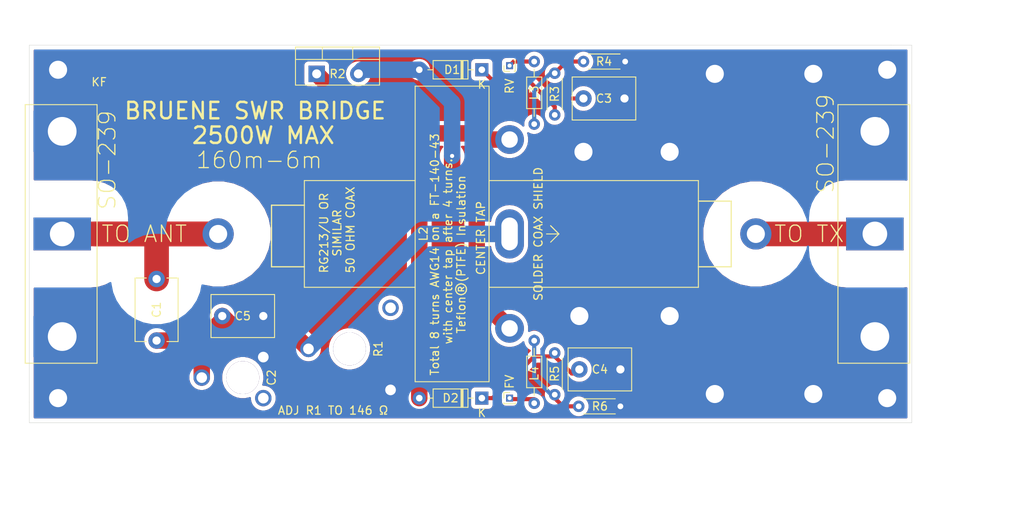
<source format=kicad_pcb>
(kicad_pcb (version 20171130) (host pcbnew 5.1.6-c6e7f7d~87~ubuntu20.04.1)

  (general
    (thickness 1.6)
    (drawings 59)
    (tracks 61)
    (zones 0)
    (modules 34)
    (nets 13)
  )

  (page A4)
  (layers
    (0 F.Cu signal)
    (31 B.Cu signal)
    (32 B.Adhes user)
    (33 F.Adhes user)
    (34 B.Paste user)
    (35 F.Paste user)
    (36 B.SilkS user)
    (37 F.SilkS user)
    (38 B.Mask user)
    (39 F.Mask user)
    (40 Dwgs.User user)
    (41 Cmts.User user)
    (42 Eco1.User user)
    (43 Eco2.User user)
    (44 Edge.Cuts user)
    (45 Margin user)
    (46 B.CrtYd user)
    (47 F.CrtYd user)
    (48 B.Fab user)
    (49 F.Fab user)
  )

  (setup
    (last_trace_width 0.5)
    (trace_clearance 0.5)
    (zone_clearance 0.508)
    (zone_45_only no)
    (trace_min 0.2)
    (via_size 0.8)
    (via_drill 0.4)
    (via_min_size 0.4)
    (via_min_drill 0.3)
    (uvia_size 0.3)
    (uvia_drill 0.1)
    (uvias_allowed no)
    (uvia_min_size 0.2)
    (uvia_min_drill 0.1)
    (edge_width 0.05)
    (segment_width 0.2)
    (pcb_text_width 0.3)
    (pcb_text_size 1.5 1.5)
    (mod_edge_width 0.12)
    (mod_text_size 1 1)
    (mod_text_width 0.15)
    (pad_size 7 5)
    (pad_drill 3.5)
    (pad_to_mask_clearance 0.05)
    (aux_axis_origin 0 0)
    (visible_elements FFFFFF7F)
    (pcbplotparams
      (layerselection 0x010fc_ffffffff)
      (usegerberextensions false)
      (usegerberattributes true)
      (usegerberadvancedattributes true)
      (creategerberjobfile true)
      (excludeedgelayer true)
      (linewidth 0.100000)
      (plotframeref false)
      (viasonmask false)
      (mode 1)
      (useauxorigin false)
      (hpglpennumber 1)
      (hpglpenspeed 20)
      (hpglpendiameter 15.000000)
      (psnegative false)
      (psa4output false)
      (plotreference true)
      (plotvalue true)
      (plotinvisibletext false)
      (padsonsilk false)
      (subtractmaskfromsilk false)
      (outputformat 4)
      (mirror false)
      (drillshape 0)
      (scaleselection 1)
      (outputdirectory "../../Dropbox/SWR/PDF-PCB/"))
  )

  (net 0 "")
  (net 1 Earth)
  (net 2 /FORWARD)
  (net 3 /REF)
  (net 4 /RF-OUT)
  (net 5 /T-center)
  (net 6 /T1)
  (net 7 /T2)
  (net 8 /RF-IN)
  (net 9 /vREF)
  (net 10 /VFOR)
  (net 11 "Net-(J2-Pad1)")
  (net 12 "Net-(J6-Pad1)")

  (net_class Default "This is the default net class."
    (clearance 0.5)
    (trace_width 0.5)
    (via_dia 0.8)
    (via_drill 0.4)
    (uvia_dia 0.3)
    (uvia_drill 0.1)
    (add_net /FORWARD)
    (add_net /REF)
    (add_net /VFOR)
    (add_net /vREF)
    (add_net Earth)
    (add_net "Net-(J2-Pad1)")
    (add_net "Net-(J6-Pad1)")
  )

  (net_class RF ""
    (clearance 4.5)
    (trace_width 3)
    (via_dia 1)
    (via_drill 0.4)
    (uvia_dia 0.3)
    (uvia_drill 0.1)
    (add_net /RF-IN)
    (add_net /RF-OUT)
  )

  (net_class TOROID ""
    (clearance 0.5)
    (trace_width 2)
    (via_dia 1)
    (via_drill 0.5)
    (uvia_dia 0.3)
    (uvia_drill 0.1)
    (add_net /T-center)
    (add_net /T1)
    (add_net /T2)
  )

  (module Capacitor_THT:C_Disc_D7.5mm_W5.0mm_P5.00mm (layer F.Cu) (tedit 5AE50EF0) (tstamp 5F707203)
    (at 120 40.5)
    (descr "C, Disc series, Radial, pin pitch=5.00mm, , diameter*width=7.5*5.0mm^2, Capacitor, http://www.vishay.com/docs/28535/vy2series.pdf")
    (tags "C Disc series Radial pin pitch 5.00mm  diameter 7.5mm width 5.0mm Capacitor")
    (path /5F71CFDD)
    (fp_text reference C3 (at 2.5 0 180) (layer F.SilkS)
      (effects (font (size 1 1) (thickness 0.15)))
    )
    (fp_text value 1nF (at 2.5 3.75) (layer F.Fab)
      (effects (font (size 1 1) (thickness 0.15)))
    )
    (fp_line (start -1.25 -2.5) (end -1.25 2.5) (layer F.Fab) (width 0.1))
    (fp_line (start -1.25 2.5) (end 6.25 2.5) (layer F.Fab) (width 0.1))
    (fp_line (start 6.25 2.5) (end 6.25 -2.5) (layer F.Fab) (width 0.1))
    (fp_line (start 6.25 -2.5) (end -1.25 -2.5) (layer F.Fab) (width 0.1))
    (fp_line (start -1.37 -2.62) (end 6.37 -2.62) (layer F.SilkS) (width 0.12))
    (fp_line (start -1.37 2.62) (end 6.37 2.62) (layer F.SilkS) (width 0.12))
    (fp_line (start -1.37 -2.62) (end -1.37 2.62) (layer F.SilkS) (width 0.12))
    (fp_line (start 6.37 -2.62) (end 6.37 2.62) (layer F.SilkS) (width 0.12))
    (fp_line (start -1.5 -2.75) (end -1.5 2.75) (layer F.CrtYd) (width 0.05))
    (fp_line (start -1.5 2.75) (end 6.5 2.75) (layer F.CrtYd) (width 0.05))
    (fp_line (start 6.5 2.75) (end 6.5 -2.75) (layer F.CrtYd) (width 0.05))
    (fp_line (start 6.5 -2.75) (end -1.5 -2.75) (layer F.CrtYd) (width 0.05))
    (fp_text user %R (at 2.5 0) (layer F.Fab)
      (effects (font (size 1 1) (thickness 0.15)))
    )
    (pad 1 thru_hole circle (at 0 0) (size 2 2) (drill 1) (layers *.Cu *.Mask)
      (net 3 /REF))
    (pad 2 thru_hole circle (at 5 0) (size 2 2) (drill 1) (layers *.Cu *.Mask)
      (net 1 Earth))
    (model ${KISYS3DMOD}/Capacitor_THT.3dshapes/C_Disc_D7.5mm_W5.0mm_P5.00mm.wrl
      (at (xyz 0 0 0))
      (scale (xyz 1 1 1))
      (rotate (xyz 0 0 0))
    )
  )

  (module Capacitor_THT:C_Disc_D7.5mm_W5.0mm_P5.00mm (layer F.Cu) (tedit 5AE50EF0) (tstamp 5F707216)
    (at 119.5 73.5)
    (descr "C, Disc series, Radial, pin pitch=5.00mm, , diameter*width=7.5*5.0mm^2, Capacitor, http://www.vishay.com/docs/28535/vy2series.pdf")
    (tags "C Disc series Radial pin pitch 5.00mm  diameter 7.5mm width 5.0mm Capacitor")
    (path /5F71D837)
    (fp_text reference C4 (at 2.5 0 180) (layer F.SilkS)
      (effects (font (size 1 1) (thickness 0.15)))
    )
    (fp_text value 1nF (at 2.5 3.75) (layer F.Fab)
      (effects (font (size 1 1) (thickness 0.15)))
    )
    (fp_line (start -1.25 -2.5) (end -1.25 2.5) (layer F.Fab) (width 0.1))
    (fp_line (start -1.25 2.5) (end 6.25 2.5) (layer F.Fab) (width 0.1))
    (fp_line (start 6.25 2.5) (end 6.25 -2.5) (layer F.Fab) (width 0.1))
    (fp_line (start 6.25 -2.5) (end -1.25 -2.5) (layer F.Fab) (width 0.1))
    (fp_line (start -1.37 -2.62) (end 6.37 -2.62) (layer F.SilkS) (width 0.12))
    (fp_line (start -1.37 2.62) (end 6.37 2.62) (layer F.SilkS) (width 0.12))
    (fp_line (start -1.37 -2.62) (end -1.37 2.62) (layer F.SilkS) (width 0.12))
    (fp_line (start 6.37 -2.62) (end 6.37 2.62) (layer F.SilkS) (width 0.12))
    (fp_line (start -1.5 -2.75) (end -1.5 2.75) (layer F.CrtYd) (width 0.05))
    (fp_line (start -1.5 2.75) (end 6.5 2.75) (layer F.CrtYd) (width 0.05))
    (fp_line (start 6.5 2.75) (end 6.5 -2.75) (layer F.CrtYd) (width 0.05))
    (fp_line (start 6.5 -2.75) (end -1.5 -2.75) (layer F.CrtYd) (width 0.05))
    (fp_text user %R (at 2.5 0) (layer F.Fab)
      (effects (font (size 1 1) (thickness 0.15)))
    )
    (pad 1 thru_hole circle (at 0 0) (size 2 2) (drill 1) (layers *.Cu *.Mask)
      (net 2 /FORWARD))
    (pad 2 thru_hole circle (at 5 0) (size 2 2) (drill 1) (layers *.Cu *.Mask)
      (net 1 Earth))
    (model ${KISYS3DMOD}/Capacitor_THT.3dshapes/C_Disc_D7.5mm_W5.0mm_P5.00mm.wrl
      (at (xyz 0 0 0))
      (scale (xyz 1 1 1))
      (rotate (xyz 0 0 0))
    )
  )

  (module SO-239:PT10LV10 (layer F.Cu) (tedit 5F7039A7) (tstamp 5F7072D1)
    (at 91.5 71 90)
    (path /5F70A457)
    (fp_text reference R1 (at 0 3.5 90) (layer F.SilkS)
      (effects (font (size 1 1) (thickness 0.15)))
    )
    (fp_text value 146,025 (at 0 -7 90) (layer F.Fab)
      (effects (font (size 1 1) (thickness 0.15)))
    )
    (pad 1 thru_hole circle (at 0 -5 90) (size 2 2) (drill 1.3) (layers *.Cu *.Mask)
      (net 5 /T-center))
    (pad 2 thru_hole circle (at -5 5 90) (size 2 2) (drill 1.3) (layers *.Cu *.Mask)
      (net 1 Earth))
    (pad 3 thru_hole circle (at 5 5 90) (size 2 2) (drill 1.3) (layers *.Cu *.Mask))
    (pad 4 thru_hole circle (at 0 0 90) (size 4 4) (drill 4) (layers *.Cu *.Mask))
  )

  (module SO-239:BC2772-ND (layer F.Cu) (tedit 5F70307E) (tstamp 5F7071F0)
    (at 78.5 74.5 270)
    (path /5F707FE1)
    (fp_text reference C2 (at 0 -3.5 90) (layer F.SilkS)
      (effects (font (size 1 1) (thickness 0.15)))
    )
    (fp_text value 50pF (at 0 7 90) (layer F.Fab)
      (effects (font (size 1 1) (thickness 0.15)))
    )
    (pad 2 thru_hole circle (at -2.5 -2.5 270) (size 2 2) (drill 1.3) (layers *.Cu *.Mask)
      (net 1 Earth))
    (pad 3 thru_hole circle (at 2.5 -2.5 270) (size 2 2) (drill 1.3) (layers *.Cu *.Mask))
    (pad 1 thru_hole circle (at 0 5 270) (size 2 2) (drill 1.3) (layers *.Cu *.Mask)
      (net 5 /T-center))
    (pad 4 thru_hole circle (at 0 0 270) (size 4 4) (drill 4) (layers *.Cu *.Mask))
  )

  (module Capacitor_THT:C_Disc_D7.5mm_W5.0mm_P5.00mm (layer F.Cu) (tedit 5AE50EF0) (tstamp 5F707229)
    (at 76 67)
    (descr "C, Disc series, Radial, pin pitch=5.00mm, , diameter*width=7.5*5.0mm^2, Capacitor, http://www.vishay.com/docs/28535/vy2series.pdf")
    (tags "C Disc series Radial pin pitch 5.00mm  diameter 7.5mm width 5.0mm Capacitor")
    (path /5F756B6A)
    (fp_text reference C5 (at 2.5 0) (layer F.SilkS)
      (effects (font (size 1 1) (thickness 0.15)))
    )
    (fp_text value 100pF (at 2.5 3.75) (layer F.Fab)
      (effects (font (size 1 1) (thickness 0.15)))
    )
    (fp_line (start 6.5 -2.75) (end -1.5 -2.75) (layer F.CrtYd) (width 0.05))
    (fp_line (start 6.5 2.75) (end 6.5 -2.75) (layer F.CrtYd) (width 0.05))
    (fp_line (start -1.5 2.75) (end 6.5 2.75) (layer F.CrtYd) (width 0.05))
    (fp_line (start -1.5 -2.75) (end -1.5 2.75) (layer F.CrtYd) (width 0.05))
    (fp_line (start 6.37 -2.62) (end 6.37 2.62) (layer F.SilkS) (width 0.12))
    (fp_line (start -1.37 -2.62) (end -1.37 2.62) (layer F.SilkS) (width 0.12))
    (fp_line (start -1.37 2.62) (end 6.37 2.62) (layer F.SilkS) (width 0.12))
    (fp_line (start -1.37 -2.62) (end 6.37 -2.62) (layer F.SilkS) (width 0.12))
    (fp_line (start 6.25 -2.5) (end -1.25 -2.5) (layer F.Fab) (width 0.1))
    (fp_line (start 6.25 2.5) (end 6.25 -2.5) (layer F.Fab) (width 0.1))
    (fp_line (start -1.25 2.5) (end 6.25 2.5) (layer F.Fab) (width 0.1))
    (fp_line (start -1.25 -2.5) (end -1.25 2.5) (layer F.Fab) (width 0.1))
    (fp_text user %R (at 2.5 0) (layer F.Fab)
      (effects (font (size 1 1) (thickness 0.15)))
    )
    (pad 2 thru_hole circle (at 5 0) (size 2 2) (drill 1) (layers *.Cu *.Mask)
      (net 1 Earth))
    (pad 1 thru_hole circle (at 0 0) (size 2 2) (drill 1) (layers *.Cu *.Mask)
      (net 5 /T-center))
    (model ${KISYS3DMOD}/Capacitor_THT.3dshapes/C_Disc_D7.5mm_W5.0mm_P5.00mm.wrl
      (at (xyz 0 0 0))
      (scale (xyz 1 1 1))
      (rotate (xyz 0 0 0))
    )
  )

  (module Diode_THT:D_DO-35_SOD27_P7.62mm_Horizontal (layer F.Cu) (tedit 5AE50CD5) (tstamp 5F707248)
    (at 107.62 37 180)
    (descr "Diode, DO-35_SOD27 series, Axial, Horizontal, pin pitch=7.62mm, , length*diameter=4*2mm^2, , http://www.diodes.com/_files/packages/DO-35.pdf")
    (tags "Diode DO-35_SOD27 series Axial Horizontal pin pitch 7.62mm  length 4mm diameter 2mm")
    (path /5F719CB8)
    (fp_text reference D1 (at 3.62 0) (layer F.SilkS)
      (effects (font (size 1 1) (thickness 0.15)))
    )
    (fp_text value 1N5711 (at 3.81 2.12) (layer F.Fab)
      (effects (font (size 1 1) (thickness 0.15)))
    )
    (fp_line (start 1.81 -1) (end 1.81 1) (layer F.Fab) (width 0.1))
    (fp_line (start 1.81 1) (end 5.81 1) (layer F.Fab) (width 0.1))
    (fp_line (start 5.81 1) (end 5.81 -1) (layer F.Fab) (width 0.1))
    (fp_line (start 5.81 -1) (end 1.81 -1) (layer F.Fab) (width 0.1))
    (fp_line (start 0 0) (end 1.81 0) (layer F.Fab) (width 0.1))
    (fp_line (start 7.62 0) (end 5.81 0) (layer F.Fab) (width 0.1))
    (fp_line (start 2.41 -1) (end 2.41 1) (layer F.Fab) (width 0.1))
    (fp_line (start 2.51 -1) (end 2.51 1) (layer F.Fab) (width 0.1))
    (fp_line (start 2.31 -1) (end 2.31 1) (layer F.Fab) (width 0.1))
    (fp_line (start 1.69 -1.12) (end 1.69 1.12) (layer F.SilkS) (width 0.12))
    (fp_line (start 1.69 1.12) (end 5.93 1.12) (layer F.SilkS) (width 0.12))
    (fp_line (start 5.93 1.12) (end 5.93 -1.12) (layer F.SilkS) (width 0.12))
    (fp_line (start 5.93 -1.12) (end 1.69 -1.12) (layer F.SilkS) (width 0.12))
    (fp_line (start 1.04 0) (end 1.69 0) (layer F.SilkS) (width 0.12))
    (fp_line (start 6.58 0) (end 5.93 0) (layer F.SilkS) (width 0.12))
    (fp_line (start 2.41 -1.12) (end 2.41 1.12) (layer F.SilkS) (width 0.12))
    (fp_line (start 2.53 -1.12) (end 2.53 1.12) (layer F.SilkS) (width 0.12))
    (fp_line (start 2.29 -1.12) (end 2.29 1.12) (layer F.SilkS) (width 0.12))
    (fp_line (start -1.05 -1.25) (end -1.05 1.25) (layer F.CrtYd) (width 0.05))
    (fp_line (start -1.05 1.25) (end 8.67 1.25) (layer F.CrtYd) (width 0.05))
    (fp_line (start 8.67 1.25) (end 8.67 -1.25) (layer F.CrtYd) (width 0.05))
    (fp_line (start 8.67 -1.25) (end -1.05 -1.25) (layer F.CrtYd) (width 0.05))
    (fp_text user %R (at 4.11 0) (layer F.Fab)
      (effects (font (size 0.8 0.8) (thickness 0.12)))
    )
    (fp_text user K (at 0 -1.8) (layer F.Fab)
      (effects (font (size 1 1) (thickness 0.15)))
    )
    (fp_text user K (at 0 -1.8) (layer F.SilkS)
      (effects (font (size 1 1) (thickness 0.15)))
    )
    (pad 1 thru_hole rect (at 0 0 180) (size 1.6 1.6) (drill 0.8) (layers *.Cu *.Mask)
      (net 3 /REF))
    (pad 2 thru_hole oval (at 7.62 0 180) (size 1.6 1.6) (drill 0.8) (layers *.Cu *.Mask)
      (net 6 /T1))
    (model ${KISYS3DMOD}/Diode_THT.3dshapes/D_DO-35_SOD27_P7.62mm_Horizontal.wrl
      (at (xyz 0 0 0))
      (scale (xyz 1 1 1))
      (rotate (xyz 0 0 0))
    )
  )

  (module Diode_THT:D_DO-35_SOD27_P7.62mm_Horizontal (layer F.Cu) (tedit 5AE50CD5) (tstamp 5F707267)
    (at 107.62 77 180)
    (descr "Diode, DO-35_SOD27 series, Axial, Horizontal, pin pitch=7.62mm, , length*diameter=4*2mm^2, , http://www.diodes.com/_files/packages/DO-35.pdf")
    (tags "Diode DO-35_SOD27 series Axial Horizontal pin pitch 7.62mm  length 4mm diameter 2mm")
    (path /5F7191CF)
    (fp_text reference D2 (at 3.81 0) (layer F.SilkS)
      (effects (font (size 1 1) (thickness 0.15)))
    )
    (fp_text value 1N4148 (at 3.81 2.12) (layer F.Fab)
      (effects (font (size 1 1) (thickness 0.15)))
    )
    (fp_line (start 8.67 -1.25) (end -1.05 -1.25) (layer F.CrtYd) (width 0.05))
    (fp_line (start 8.67 1.25) (end 8.67 -1.25) (layer F.CrtYd) (width 0.05))
    (fp_line (start -1.05 1.25) (end 8.67 1.25) (layer F.CrtYd) (width 0.05))
    (fp_line (start -1.05 -1.25) (end -1.05 1.25) (layer F.CrtYd) (width 0.05))
    (fp_line (start 2.29 -1.12) (end 2.29 1.12) (layer F.SilkS) (width 0.12))
    (fp_line (start 2.53 -1.12) (end 2.53 1.12) (layer F.SilkS) (width 0.12))
    (fp_line (start 2.41 -1.12) (end 2.41 1.12) (layer F.SilkS) (width 0.12))
    (fp_line (start 6.58 0) (end 5.93 0) (layer F.SilkS) (width 0.12))
    (fp_line (start 1.04 0) (end 1.69 0) (layer F.SilkS) (width 0.12))
    (fp_line (start 5.93 -1.12) (end 1.69 -1.12) (layer F.SilkS) (width 0.12))
    (fp_line (start 5.93 1.12) (end 5.93 -1.12) (layer F.SilkS) (width 0.12))
    (fp_line (start 1.69 1.12) (end 5.93 1.12) (layer F.SilkS) (width 0.12))
    (fp_line (start 1.69 -1.12) (end 1.69 1.12) (layer F.SilkS) (width 0.12))
    (fp_line (start 2.31 -1) (end 2.31 1) (layer F.Fab) (width 0.1))
    (fp_line (start 2.51 -1) (end 2.51 1) (layer F.Fab) (width 0.1))
    (fp_line (start 2.41 -1) (end 2.41 1) (layer F.Fab) (width 0.1))
    (fp_line (start 7.62 0) (end 5.81 0) (layer F.Fab) (width 0.1))
    (fp_line (start 0 0) (end 1.81 0) (layer F.Fab) (width 0.1))
    (fp_line (start 5.81 -1) (end 1.81 -1) (layer F.Fab) (width 0.1))
    (fp_line (start 5.81 1) (end 5.81 -1) (layer F.Fab) (width 0.1))
    (fp_line (start 1.81 1) (end 5.81 1) (layer F.Fab) (width 0.1))
    (fp_line (start 1.81 -1) (end 1.81 1) (layer F.Fab) (width 0.1))
    (fp_text user K (at 0 -1.8) (layer F.SilkS)
      (effects (font (size 1 1) (thickness 0.15)))
    )
    (fp_text user K (at 0 -1.8) (layer F.Fab)
      (effects (font (size 1 1) (thickness 0.15)))
    )
    (fp_text user %R (at 4.11 0) (layer F.Fab)
      (effects (font (size 0.8 0.8) (thickness 0.12)))
    )
    (pad 2 thru_hole oval (at 7.62 0 180) (size 1.6 1.6) (drill 0.8) (layers *.Cu *.Mask)
      (net 7 /T2))
    (pad 1 thru_hole rect (at 0 0 180) (size 1.6 1.6) (drill 0.8) (layers *.Cu *.Mask)
      (net 2 /FORWARD))
    (model ${KISYS3DMOD}/Diode_THT.3dshapes/D_DO-35_SOD27_P7.62mm_Horizontal.wrl
      (at (xyz 0 0 0))
      (scale (xyz 1 1 1))
      (rotate (xyz 0 0 0))
    )
  )

  (module SO-239:SO-239-V (layer F.Cu) (tedit 5F75FFCD) (tstamp 5F707298)
    (at 155.5 57)
    (descr "SO-239, horizontal")
    (path /5F6FFF79)
    (fp_text reference J3 (at 0 -13.545) (layer F.SilkS)
      (effects (font (size 1 1) (thickness 0.15)))
    )
    (fp_text value Conn_Coaxial (at -0.25 17) (layer F.Fab)
      (effects (font (size 1 1) (thickness 0.15)))
    )
    (fp_line (start -4.5 -15.75) (end 4.25 -15.75) (layer F.SilkS) (width 0.12))
    (fp_line (start 4.25 -15.75) (end 4.25 15.75) (layer F.SilkS) (width 0.12))
    (fp_line (start 4.25 15.75) (end -4.5 15.75) (layer F.SilkS) (width 0.12))
    (fp_line (start -4.5 15.75) (end -4.5 -15.75) (layer F.SilkS) (width 0.12))
    (pad 1 thru_hole rect (at 0 0) (size 7 4) (drill 3) (layers *.Cu *.Mask)
      (net 8 /RF-IN))
    (pad 2 thru_hole rect (at 0 -12.5) (size 7 5) (drill 3.5) (layers *.Cu *.Mask)
      (net 1 Earth))
    (pad 3 thru_hole rect (at 0 12.5) (size 7 5) (drill 3.5) (layers *.Cu *.Mask)
      (net 1 Earth))
  )

  (module SO-239:INDUCTOR-TAP (layer F.Cu) (tedit 5F70425E) (tstamp 5F7072BE)
    (at 104 57)
    (path /5F704DAF)
    (fp_text reference L2 (at -3.5 0 90) (layer F.SilkS)
      (effects (font (size 1 1) (thickness 0.15)))
    )
    (fp_text value INDUCTOR-TAP (at -0.25 -18.75) (layer F.Fab)
      (effects (font (size 1 1) (thickness 0.15)))
    )
    (fp_line (start -4.5 18) (end 4.5 18) (layer F.SilkS) (width 0.12))
    (fp_line (start -4.5 -18) (end 4.5 -18) (layer F.SilkS) (width 0.12))
    (fp_line (start 4.5 -18) (end 4.5 18) (layer F.SilkS) (width 0.12))
    (fp_line (start -4.5 18) (end -4.5 -18) (layer F.SilkS) (width 0.12))
    (pad 3 thru_hole circle (at 7 -11.5) (size 3.5 3.5) (drill 2) (layers *.Cu *.Mask)
      (net 7 /T2))
    (pad 2 thru_hole circle (at 7 11.5) (size 3.5 3.5) (drill 2) (layers *.Cu *.Mask)
      (net 6 /T1))
    (pad 1 thru_hole oval (at 7 0 90) (size 6 3.5) (drill oval 4 2) (layers *.Cu *.Mask)
      (net 5 /T-center))
  )

  (module MountingHole:MountingHole_2.2mm_M2_DIN965_Pad (layer F.Cu) (tedit 56D1B4CB) (tstamp 5F707994)
    (at 75.5 57)
    (descr "Mounting Hole 2.2mm, M2, DIN965")
    (tags "mounting hole 2.2mm m2 din965")
    (path /5F74DF2E)
    (attr virtual)
    (fp_text reference J4 (at 0 -2.9) (layer F.SilkS) hide
      (effects (font (size 1 1) (thickness 0.15)))
    )
    (fp_text value Conn_01x01_Female (at 0 2.9) (layer F.Fab)
      (effects (font (size 1 1) (thickness 0.15)))
    )
    (fp_circle (center 0 0) (end 2.15 0) (layer F.CrtYd) (width 0.05))
    (fp_circle (center 0 0) (end 1.9 0) (layer Cmts.User) (width 0.15))
    (fp_text user %R (at 0.3 0) (layer F.Fab)
      (effects (font (size 1 1) (thickness 0.15)))
    )
    (pad 1 thru_hole circle (at 0 0) (size 3.8 3.8) (drill 2.2) (layers *.Cu *.Mask)
      (net 4 /RF-OUT))
  )

  (module MountingHole:MountingHole_2.2mm_M2_DIN965_Pad (layer F.Cu) (tedit 56D1B4CB) (tstamp 5F70799B)
    (at 141 57)
    (descr "Mounting Hole 2.2mm, M2, DIN965")
    (tags "mounting hole 2.2mm m2 din965")
    (path /5F7673F4)
    (attr virtual)
    (fp_text reference J5 (at 0 -2.9) (layer F.SilkS) hide
      (effects (font (size 1 1) (thickness 0.15)))
    )
    (fp_text value Conn_01x01_Female (at 0 2.9) (layer F.Fab)
      (effects (font (size 1 1) (thickness 0.15)))
    )
    (fp_circle (center 0 0) (end 1.9 0) (layer Cmts.User) (width 0.15))
    (fp_circle (center 0 0) (end 2.15 0) (layer F.CrtYd) (width 0.05))
    (fp_text user %R (at 0.3 0) (layer F.Fab)
      (effects (font (size 1 1) (thickness 0.15)))
    )
    (pad 1 thru_hole circle (at 0 0) (size 3.8 3.8) (drill 2.2) (layers *.Cu *.Mask)
      (net 8 /RF-IN))
  )

  (module Capacitor_THT:C_Disc_D7.5mm_W5.0mm_P7.50mm (layer F.Cu) (tedit 5AE50EF0) (tstamp 5F708169)
    (at 68 62.4875 270)
    (descr "C, Disc series, Radial, pin pitch=7.50mm, , diameter*width=7.5*5.0mm^2, Capacitor, http://www.vishay.com/docs/28535/vy2series.pdf")
    (tags "C Disc series Radial pin pitch 7.50mm  diameter 7.5mm width 5.0mm Capacitor")
    (path /5F706E40)
    (fp_text reference C1 (at 3.75 0 90) (layer F.SilkS)
      (effects (font (size 1 1) (thickness 0.15)))
    )
    (fp_text value "0.96 pF" (at 3.75 3.75 90) (layer F.Fab)
      (effects (font (size 1 1) (thickness 0.15)))
    )
    (fp_line (start 0 -2.5) (end 0 2.5) (layer F.Fab) (width 0.1))
    (fp_line (start 0 2.5) (end 7.5 2.5) (layer F.Fab) (width 0.1))
    (fp_line (start 7.5 2.5) (end 7.5 -2.5) (layer F.Fab) (width 0.1))
    (fp_line (start 7.5 -2.5) (end 0 -2.5) (layer F.Fab) (width 0.1))
    (fp_line (start -0.12 -2.62) (end 7.62 -2.62) (layer F.SilkS) (width 0.12))
    (fp_line (start -0.12 2.62) (end 7.62 2.62) (layer F.SilkS) (width 0.12))
    (fp_line (start -0.12 -2.62) (end -0.12 -1.256) (layer F.SilkS) (width 0.12))
    (fp_line (start -0.12 1.256) (end -0.12 2.62) (layer F.SilkS) (width 0.12))
    (fp_line (start 7.62 -2.62) (end 7.62 -1.256) (layer F.SilkS) (width 0.12))
    (fp_line (start 7.62 1.256) (end 7.62 2.62) (layer F.SilkS) (width 0.12))
    (fp_line (start -1.25 -2.75) (end -1.25 2.75) (layer F.CrtYd) (width 0.05))
    (fp_line (start -1.25 2.75) (end 8.75 2.75) (layer F.CrtYd) (width 0.05))
    (fp_line (start 8.75 2.75) (end 8.75 -2.75) (layer F.CrtYd) (width 0.05))
    (fp_line (start 8.75 -2.75) (end -1.25 -2.75) (layer F.CrtYd) (width 0.05))
    (fp_text user %R (at 3.75 0 90) (layer F.Fab)
      (effects (font (size 1 1) (thickness 0.15)))
    )
    (pad 1 thru_hole circle (at 0 0 270) (size 2 2) (drill 1) (layers *.Cu *.Mask)
      (net 4 /RF-OUT))
    (pad 2 thru_hole circle (at 7.5 0 270) (size 2 2) (drill 1) (layers *.Cu *.Mask)
      (net 5 /T-center))
    (model ${KISYS3DMOD}/Capacitor_THT.3dshapes/C_Disc_D7.5mm_W5.0mm_P7.50mm.wrl
      (at (xyz 0 0 0))
      (scale (xyz 1 1 1))
      (rotate (xyz 0 0 0))
    )
  )

  (module Connector_PinHeader_1.00mm:PinHeader_1x01_P1.00mm_Vertical (layer F.Cu) (tedit 59FED738) (tstamp 5F7085FB)
    (at 111 36.5 90)
    (descr "Through hole straight pin header, 1x01, 1.00mm pitch, single row")
    (tags "Through hole pin header THT 1x01 1.00mm single row")
    (path /5F79F957)
    (fp_text reference J2 (at 0 -1.56 90) (layer F.SilkS) hide
      (effects (font (size 1 1) (thickness 0.15)))
    )
    (fp_text value Conn_01x01_Female (at 0 1.56 90) (layer F.Fab)
      (effects (font (size 1 1) (thickness 0.15)))
    )
    (fp_line (start 1.15 -1) (end -1.15 -1) (layer F.CrtYd) (width 0.05))
    (fp_line (start 1.15 1) (end 1.15 -1) (layer F.CrtYd) (width 0.05))
    (fp_line (start -1.15 1) (end 1.15 1) (layer F.CrtYd) (width 0.05))
    (fp_line (start -1.15 -1) (end -1.15 1) (layer F.CrtYd) (width 0.05))
    (fp_line (start -0.695 -0.685) (end 0 -0.685) (layer F.SilkS) (width 0.12))
    (fp_line (start -0.695 0) (end -0.695 -0.685) (layer F.SilkS) (width 0.12))
    (fp_line (start 0.608276 0.685) (end 0.695 0.685) (layer F.SilkS) (width 0.12))
    (fp_line (start -0.695 0.685) (end -0.608276 0.685) (layer F.SilkS) (width 0.12))
    (fp_line (start 0.695 0.685) (end 0.695 0.56) (layer F.SilkS) (width 0.12))
    (fp_line (start -0.695 0.685) (end -0.695 0.56) (layer F.SilkS) (width 0.12))
    (fp_line (start -0.695 0.685) (end 0.695 0.685) (layer F.SilkS) (width 0.12))
    (fp_line (start -0.635 -0.1825) (end -0.3175 -0.5) (layer F.Fab) (width 0.1))
    (fp_line (start -0.635 0.5) (end -0.635 -0.1825) (layer F.Fab) (width 0.1))
    (fp_line (start 0.635 0.5) (end -0.635 0.5) (layer F.Fab) (width 0.1))
    (fp_line (start 0.635 -0.5) (end 0.635 0.5) (layer F.Fab) (width 0.1))
    (fp_line (start -0.3175 -0.5) (end 0.635 -0.5) (layer F.Fab) (width 0.1))
    (fp_text user %R (at 0 0) (layer F.Fab)
      (effects (font (size 0.76 0.76) (thickness 0.114)))
    )
    (pad 1 thru_hole rect (at 0 0 90) (size 0.85 0.85) (drill 0.5) (layers *.Cu *.Mask)
      (net 11 "Net-(J2-Pad1)"))
    (model ${KISYS3DMOD}/Connector_PinHeader_1.00mm.3dshapes/PinHeader_1x01_P1.00mm_Vertical.wrl
      (at (xyz 0 0 0))
      (scale (xyz 1 1 1))
      (rotate (xyz 0 0 0))
    )
  )

  (module Connector_PinHeader_1.00mm:PinHeader_1x01_P1.00mm_Vertical (layer F.Cu) (tedit 59FED738) (tstamp 5F708625)
    (at 111 77)
    (descr "Through hole straight pin header, 1x01, 1.00mm pitch, single row")
    (tags "Through hole pin header THT 1x01 1.00mm single row")
    (path /5F7A0835)
    (fp_text reference J6 (at 0 -1.56) (layer F.SilkS) hide
      (effects (font (size 1 1) (thickness 0.15)))
    )
    (fp_text value Conn_01x01_Female (at 0 1.56) (layer F.Fab)
      (effects (font (size 1 1) (thickness 0.15)))
    )
    (fp_line (start -0.3175 -0.5) (end 0.635 -0.5) (layer F.Fab) (width 0.1))
    (fp_line (start 0.635 -0.5) (end 0.635 0.5) (layer F.Fab) (width 0.1))
    (fp_line (start 0.635 0.5) (end -0.635 0.5) (layer F.Fab) (width 0.1))
    (fp_line (start -0.635 0.5) (end -0.635 -0.1825) (layer F.Fab) (width 0.1))
    (fp_line (start -0.635 -0.1825) (end -0.3175 -0.5) (layer F.Fab) (width 0.1))
    (fp_line (start -0.695 0.685) (end 0.695 0.685) (layer F.SilkS) (width 0.12))
    (fp_line (start -0.695 0.685) (end -0.695 0.56) (layer F.SilkS) (width 0.12))
    (fp_line (start 0.695 0.685) (end 0.695 0.56) (layer F.SilkS) (width 0.12))
    (fp_line (start -0.695 0.685) (end -0.608276 0.685) (layer F.SilkS) (width 0.12))
    (fp_line (start 0.608276 0.685) (end 0.695 0.685) (layer F.SilkS) (width 0.12))
    (fp_line (start -0.695 0) (end -0.695 -0.685) (layer F.SilkS) (width 0.12))
    (fp_line (start -0.695 -0.685) (end 0 -0.685) (layer F.SilkS) (width 0.12))
    (fp_line (start -1.15 -1) (end -1.15 1) (layer F.CrtYd) (width 0.05))
    (fp_line (start -1.15 1) (end 1.15 1) (layer F.CrtYd) (width 0.05))
    (fp_line (start 1.15 1) (end 1.15 -1) (layer F.CrtYd) (width 0.05))
    (fp_line (start 1.15 -1) (end -1.15 -1) (layer F.CrtYd) (width 0.05))
    (fp_text user %R (at 0 0 90) (layer F.Fab)
      (effects (font (size 0.76 0.76) (thickness 0.114)))
    )
    (pad 1 thru_hole rect (at 0 0) (size 0.85 0.85) (drill 0.5) (layers *.Cu *.Mask)
      (net 12 "Net-(J6-Pad1)"))
    (model ${KISYS3DMOD}/Connector_PinHeader_1.00mm.3dshapes/PinHeader_1x01_P1.00mm_Vertical.wrl
      (at (xyz 0 0 0))
      (scale (xyz 1 1 1))
      (rotate (xyz 0 0 0))
    )
  )

  (module SO-239:SO-239-V (layer F.Cu) (tedit 5F75FFC1) (tstamp 5F7089B5)
    (at 56.5 57)
    (descr "SO-239, horizontal")
    (path /5F7A9F72)
    (fp_text reference J1 (at 0 -13.545) (layer F.SilkS)
      (effects (font (size 1 1) (thickness 0.15)))
    )
    (fp_text value Conn_Coaxial (at -0.25 17) (layer F.Fab)
      (effects (font (size 1 1) (thickness 0.15)))
    )
    (fp_line (start -4.5 -15.75) (end 4.25 -15.75) (layer F.SilkS) (width 0.12))
    (fp_line (start 4.25 -15.75) (end 4.25 15.75) (layer F.SilkS) (width 0.12))
    (fp_line (start 4.25 15.75) (end -4.5 15.75) (layer F.SilkS) (width 0.12))
    (fp_line (start -4.5 15.75) (end -4.5 -15.75) (layer F.SilkS) (width 0.12))
    (pad 1 thru_hole rect (at 0 0) (size 7 4) (drill 3) (layers *.Cu *.Mask)
      (net 4 /RF-OUT))
    (pad 2 thru_hole rect (at 0 -12.5) (size 7 5) (drill 3.5) (layers *.Cu *.Mask)
      (net 1 Earth))
    (pad 3 thru_hole rect (at 0 12.5) (size 7 5) (drill 3.5) (layers *.Cu *.Mask)
      (net 1 Earth))
  )

  (module Package_TO_SOT_THT:TO-220-2_Vertical (layer F.Cu) (tedit 5AC8BA0D) (tstamp 5F708CB5)
    (at 87.5 37.5)
    (descr "TO-220-2, Vertical, RM 5.08mm, see https://www.centralsemi.com/PDFS/CASE/TO-220-2PD.PDF")
    (tags "TO-220-2 Vertical RM 5.08mm")
    (path /5F71B9DB)
    (fp_text reference R2 (at 2.54 0) (layer F.SilkS)
      (effects (font (size 1 1) (thickness 0.15)))
    )
    (fp_text value 5 (at 2.54 2.5) (layer F.Fab)
      (effects (font (size 1 1) (thickness 0.15)))
    )
    (fp_line (start -2.46 -3.15) (end -2.46 1.25) (layer F.Fab) (width 0.1))
    (fp_line (start -2.46 1.25) (end 7.54 1.25) (layer F.Fab) (width 0.1))
    (fp_line (start 7.54 1.25) (end 7.54 -3.15) (layer F.Fab) (width 0.1))
    (fp_line (start 7.54 -3.15) (end -2.46 -3.15) (layer F.Fab) (width 0.1))
    (fp_line (start -2.46 -1.88) (end 7.54 -1.88) (layer F.Fab) (width 0.1))
    (fp_line (start 0.69 -3.15) (end 0.69 -1.88) (layer F.Fab) (width 0.1))
    (fp_line (start 4.39 -3.15) (end 4.39 -1.88) (layer F.Fab) (width 0.1))
    (fp_line (start -2.58 -3.27) (end 7.66 -3.27) (layer F.SilkS) (width 0.12))
    (fp_line (start -2.58 1.371) (end 7.66 1.371) (layer F.SilkS) (width 0.12))
    (fp_line (start -2.58 -3.27) (end -2.58 1.371) (layer F.SilkS) (width 0.12))
    (fp_line (start 7.66 -3.27) (end 7.66 1.371) (layer F.SilkS) (width 0.12))
    (fp_line (start -2.58 -1.76) (end 7.66 -1.76) (layer F.SilkS) (width 0.12))
    (fp_line (start 0.69 -3.27) (end 0.69 -1.76) (layer F.SilkS) (width 0.12))
    (fp_line (start 4.391 -3.27) (end 4.391 -1.76) (layer F.SilkS) (width 0.12))
    (fp_line (start -2.71 -3.4) (end -2.71 1.51) (layer F.CrtYd) (width 0.05))
    (fp_line (start -2.71 1.51) (end 7.79 1.51) (layer F.CrtYd) (width 0.05))
    (fp_line (start 7.79 1.51) (end 7.79 -3.4) (layer F.CrtYd) (width 0.05))
    (fp_line (start 7.79 -3.4) (end -2.71 -3.4) (layer F.CrtYd) (width 0.05))
    (fp_text user %R (at 2.54 -4.27) (layer F.Fab)
      (effects (font (size 1 1) (thickness 0.15)))
    )
    (pad 1 thru_hole rect (at 0 0) (size 2 2) (drill 1.1) (layers *.Cu *.Mask)
      (net 7 /T2))
    (pad 2 thru_hole oval (at 5.08 0) (size 2 2) (drill 1.1) (layers *.Cu *.Mask)
      (net 6 /T1))
    (model ${KISYS3DMOD}/Package_TO_SOT_THT.3dshapes/TO-220-2_Vertical.wrl
      (at (xyz 0 0 0))
      (scale (xyz 1 1 1))
      (rotate (xyz 0 0 0))
    )
  )

  (module MountingHole:MountingHole_2.2mm_M2_DIN965_Pad (layer F.Cu) (tedit 56D1B4CB) (tstamp 5F718C72)
    (at 56 37)
    (descr "Mounting Hole 2.2mm, M2, DIN965")
    (tags "mounting hole 2.2mm m2 din965")
    (path /5F749F82)
    (attr virtual)
    (fp_text reference J7 (at 0 -2.9) (layer F.SilkS) hide
      (effects (font (size 1 1) (thickness 0.15)))
    )
    (fp_text value Conn_01x01_Male (at 0 2.9) (layer F.Fab)
      (effects (font (size 1 1) (thickness 0.15)))
    )
    (fp_circle (center 0 0) (end 1.9 0) (layer Cmts.User) (width 0.15))
    (fp_circle (center 0 0) (end 2.15 0) (layer F.CrtYd) (width 0.05))
    (fp_text user %R (at 0.3 0) (layer F.Fab)
      (effects (font (size 1 1) (thickness 0.15)))
    )
    (pad 1 thru_hole circle (at 0 0) (size 3.8 3.8) (drill 2.2) (layers *.Cu *.Mask)
      (net 1 Earth))
  )

  (module MountingHole:MountingHole_2.2mm_M2_DIN965_Pad (layer F.Cu) (tedit 56D1B4CB) (tstamp 5F718C7A)
    (at 56 77)
    (descr "Mounting Hole 2.2mm, M2, DIN965")
    (tags "mounting hole 2.2mm m2 din965")
    (path /5F74BF9A)
    (attr virtual)
    (fp_text reference J8 (at 0 -2.9) (layer F.SilkS) hide
      (effects (font (size 1 1) (thickness 0.15)))
    )
    (fp_text value Conn_01x01_Male (at 0 2.9) (layer F.Fab)
      (effects (font (size 1 1) (thickness 0.15)))
    )
    (fp_circle (center 0 0) (end 2.15 0) (layer F.CrtYd) (width 0.05))
    (fp_circle (center 0 0) (end 1.9 0) (layer Cmts.User) (width 0.15))
    (fp_text user %R (at 0.3 0) (layer F.Fab)
      (effects (font (size 1 1) (thickness 0.15)))
    )
    (pad 1 thru_hole circle (at 0 0) (size 3.8 3.8) (drill 2.2) (layers *.Cu *.Mask)
      (net 1 Earth))
  )

  (module MountingHole:MountingHole_2.2mm_M2_DIN965_Pad (layer F.Cu) (tedit 56D1B4CB) (tstamp 5F718C82)
    (at 157 37)
    (descr "Mounting Hole 2.2mm, M2, DIN965")
    (tags "mounting hole 2.2mm m2 din965")
    (path /5F74C282)
    (attr virtual)
    (fp_text reference J9 (at 0 -2.9) (layer F.SilkS) hide
      (effects (font (size 1 1) (thickness 0.15)))
    )
    (fp_text value Conn_01x01_Male (at 0 2.9) (layer F.Fab)
      (effects (font (size 1 1) (thickness 0.15)))
    )
    (fp_circle (center 0 0) (end 1.9 0) (layer Cmts.User) (width 0.15))
    (fp_circle (center 0 0) (end 2.15 0) (layer F.CrtYd) (width 0.05))
    (fp_text user %R (at 0.3 0) (layer F.Fab)
      (effects (font (size 1 1) (thickness 0.15)))
    )
    (pad 1 thru_hole circle (at 0 0) (size 3.8 3.8) (drill 2.2) (layers *.Cu *.Mask)
      (net 1 Earth))
  )

  (module MountingHole:MountingHole_2.2mm_M2_DIN965_Pad (layer F.Cu) (tedit 56D1B4CB) (tstamp 5F718C8A)
    (at 157 77)
    (descr "Mounting Hole 2.2mm, M2, DIN965")
    (tags "mounting hole 2.2mm m2 din965")
    (path /5F74C66D)
    (attr virtual)
    (fp_text reference J10 (at 0 -2.9) (layer F.SilkS) hide
      (effects (font (size 1 1) (thickness 0.15)))
    )
    (fp_text value Conn_01x01_Male (at 0 2.9) (layer F.Fab)
      (effects (font (size 1 1) (thickness 0.15)))
    )
    (fp_circle (center 0 0) (end 2.15 0) (layer F.CrtYd) (width 0.05))
    (fp_circle (center 0 0) (end 1.9 0) (layer Cmts.User) (width 0.15))
    (fp_text user %R (at 0.3 0) (layer F.Fab)
      (effects (font (size 1 1) (thickness 0.15)))
    )
    (pad 1 thru_hole circle (at 0 0) (size 3.8 3.8) (drill 2.2) (layers *.Cu *.Mask)
      (net 1 Earth))
  )

  (module Resistor_THT:R_Axial_DIN0204_L3.6mm_D1.6mm_P5.08mm_Horizontal (layer F.Cu) (tedit 5AE5139B) (tstamp 5F744AA4)
    (at 116.5 42.5 90)
    (descr "Resistor, Axial_DIN0204 series, Axial, Horizontal, pin pitch=5.08mm, 0.167W, length*diameter=3.6*1.6mm^2, http://cdn-reichelt.de/documents/datenblatt/B400/1_4W%23YAG.pdf")
    (tags "Resistor Axial_DIN0204 series Axial Horizontal pin pitch 5.08mm 0.167W length 3.6mm diameter 1.6mm")
    (path /5F73E632)
    (fp_text reference R3 (at 2.54 0 90) (layer F.SilkS)
      (effects (font (size 1 1) (thickness 0.15)))
    )
    (fp_text value 1,5K (at 2.54 1.92 90) (layer F.Fab)
      (effects (font (size 1 1) (thickness 0.15)))
    )
    (fp_line (start 0.74 -0.8) (end 0.74 0.8) (layer F.Fab) (width 0.1))
    (fp_line (start 0.74 0.8) (end 4.34 0.8) (layer F.Fab) (width 0.1))
    (fp_line (start 4.34 0.8) (end 4.34 -0.8) (layer F.Fab) (width 0.1))
    (fp_line (start 4.34 -0.8) (end 0.74 -0.8) (layer F.Fab) (width 0.1))
    (fp_line (start 0 0) (end 0.74 0) (layer F.Fab) (width 0.1))
    (fp_line (start 5.08 0) (end 4.34 0) (layer F.Fab) (width 0.1))
    (fp_line (start 0.62 -0.92) (end 4.46 -0.92) (layer F.SilkS) (width 0.12))
    (fp_line (start 0.62 0.92) (end 4.46 0.92) (layer F.SilkS) (width 0.12))
    (fp_line (start -0.95 -1.05) (end -0.95 1.05) (layer F.CrtYd) (width 0.05))
    (fp_line (start -0.95 1.05) (end 6.03 1.05) (layer F.CrtYd) (width 0.05))
    (fp_line (start 6.03 1.05) (end 6.03 -1.05) (layer F.CrtYd) (width 0.05))
    (fp_line (start 6.03 -1.05) (end -0.95 -1.05) (layer F.CrtYd) (width 0.05))
    (fp_text user %R (at 2.54 0 90) (layer F.Fab)
      (effects (font (size 0.72 0.72) (thickness 0.108)))
    )
    (pad 2 thru_hole oval (at 5.08 0 90) (size 1.4 1.4) (drill 0.7) (layers *.Cu *.Mask)
      (net 9 /vREF))
    (pad 1 thru_hole circle (at 0 0 90) (size 1.4 1.4) (drill 0.7) (layers *.Cu *.Mask)
      (net 3 /REF))
    (model ${KISYS3DMOD}/Resistor_THT.3dshapes/R_Axial_DIN0204_L3.6mm_D1.6mm_P5.08mm_Horizontal.wrl
      (at (xyz 0 0 0))
      (scale (xyz 1 1 1))
      (rotate (xyz 0 0 0))
    )
  )

  (module Resistor_THT:R_Axial_DIN0204_L3.6mm_D1.6mm_P5.08mm_Horizontal (layer F.Cu) (tedit 5AE5139B) (tstamp 5F744AB7)
    (at 120 36)
    (descr "Resistor, Axial_DIN0204 series, Axial, Horizontal, pin pitch=5.08mm, 0.167W, length*diameter=3.6*1.6mm^2, http://cdn-reichelt.de/documents/datenblatt/B400/1_4W%23YAG.pdf")
    (tags "Resistor Axial_DIN0204 series Axial Horizontal pin pitch 5.08mm 0.167W length 3.6mm diameter 1.6mm")
    (path /5F744EE3)
    (fp_text reference R4 (at 2.5 0) (layer F.SilkS)
      (effects (font (size 1 1) (thickness 0.15)))
    )
    (fp_text value 1K (at 2.54 1.92) (layer F.Fab)
      (effects (font (size 1 1) (thickness 0.15)))
    )
    (fp_line (start 0.74 -0.8) (end 0.74 0.8) (layer F.Fab) (width 0.1))
    (fp_line (start 0.74 0.8) (end 4.34 0.8) (layer F.Fab) (width 0.1))
    (fp_line (start 4.34 0.8) (end 4.34 -0.8) (layer F.Fab) (width 0.1))
    (fp_line (start 4.34 -0.8) (end 0.74 -0.8) (layer F.Fab) (width 0.1))
    (fp_line (start 0 0) (end 0.74 0) (layer F.Fab) (width 0.1))
    (fp_line (start 5.08 0) (end 4.34 0) (layer F.Fab) (width 0.1))
    (fp_line (start 0.62 -0.92) (end 4.46 -0.92) (layer F.SilkS) (width 0.12))
    (fp_line (start 0.62 0.92) (end 4.46 0.92) (layer F.SilkS) (width 0.12))
    (fp_line (start -0.95 -1.05) (end -0.95 1.05) (layer F.CrtYd) (width 0.05))
    (fp_line (start -0.95 1.05) (end 6.03 1.05) (layer F.CrtYd) (width 0.05))
    (fp_line (start 6.03 1.05) (end 6.03 -1.05) (layer F.CrtYd) (width 0.05))
    (fp_line (start 6.03 -1.05) (end -0.95 -1.05) (layer F.CrtYd) (width 0.05))
    (fp_text user %R (at 2.54 0) (layer F.Fab)
      (effects (font (size 0.72 0.72) (thickness 0.108)))
    )
    (pad 2 thru_hole oval (at 5.08 0) (size 1.4 1.4) (drill 0.7) (layers *.Cu *.Mask)
      (net 1 Earth))
    (pad 1 thru_hole circle (at 0 0) (size 1.4 1.4) (drill 0.7) (layers *.Cu *.Mask)
      (net 9 /vREF))
    (model ${KISYS3DMOD}/Resistor_THT.3dshapes/R_Axial_DIN0204_L3.6mm_D1.6mm_P5.08mm_Horizontal.wrl
      (at (xyz 0 0 0))
      (scale (xyz 1 1 1))
      (rotate (xyz 0 0 0))
    )
  )

  (module Resistor_THT:R_Axial_DIN0204_L3.6mm_D1.6mm_P5.08mm_Horizontal (layer F.Cu) (tedit 5AE5139B) (tstamp 5F744ACA)
    (at 116.5 71.5 270)
    (descr "Resistor, Axial_DIN0204 series, Axial, Horizontal, pin pitch=5.08mm, 0.167W, length*diameter=3.6*1.6mm^2, http://cdn-reichelt.de/documents/datenblatt/B400/1_4W%23YAG.pdf")
    (tags "Resistor Axial_DIN0204 series Axial Horizontal pin pitch 5.08mm 0.167W length 3.6mm diameter 1.6mm")
    (path /5F7410F2)
    (fp_text reference R5 (at 2.54 0 90) (layer F.SilkS)
      (effects (font (size 1 1) (thickness 0.15)))
    )
    (fp_text value 1,5K (at 2.54 1.92 90) (layer F.Fab)
      (effects (font (size 1 1) (thickness 0.15)))
    )
    (fp_line (start 6.03 -1.05) (end -0.95 -1.05) (layer F.CrtYd) (width 0.05))
    (fp_line (start 6.03 1.05) (end 6.03 -1.05) (layer F.CrtYd) (width 0.05))
    (fp_line (start -0.95 1.05) (end 6.03 1.05) (layer F.CrtYd) (width 0.05))
    (fp_line (start -0.95 -1.05) (end -0.95 1.05) (layer F.CrtYd) (width 0.05))
    (fp_line (start 0.62 0.92) (end 4.46 0.92) (layer F.SilkS) (width 0.12))
    (fp_line (start 0.62 -0.92) (end 4.46 -0.92) (layer F.SilkS) (width 0.12))
    (fp_line (start 5.08 0) (end 4.34 0) (layer F.Fab) (width 0.1))
    (fp_line (start 0 0) (end 0.74 0) (layer F.Fab) (width 0.1))
    (fp_line (start 4.34 -0.8) (end 0.74 -0.8) (layer F.Fab) (width 0.1))
    (fp_line (start 4.34 0.8) (end 4.34 -0.8) (layer F.Fab) (width 0.1))
    (fp_line (start 0.74 0.8) (end 4.34 0.8) (layer F.Fab) (width 0.1))
    (fp_line (start 0.74 -0.8) (end 0.74 0.8) (layer F.Fab) (width 0.1))
    (fp_text user %R (at 2.54 0 90) (layer F.Fab)
      (effects (font (size 0.72 0.72) (thickness 0.108)))
    )
    (pad 1 thru_hole circle (at 0 0 270) (size 1.4 1.4) (drill 0.7) (layers *.Cu *.Mask)
      (net 2 /FORWARD))
    (pad 2 thru_hole oval (at 5.08 0 270) (size 1.4 1.4) (drill 0.7) (layers *.Cu *.Mask)
      (net 10 /VFOR))
    (model ${KISYS3DMOD}/Resistor_THT.3dshapes/R_Axial_DIN0204_L3.6mm_D1.6mm_P5.08mm_Horizontal.wrl
      (at (xyz 0 0 0))
      (scale (xyz 1 1 1))
      (rotate (xyz 0 0 0))
    )
  )

  (module Resistor_THT:R_Axial_DIN0204_L3.6mm_D1.6mm_P5.08mm_Horizontal (layer F.Cu) (tedit 5AE5139B) (tstamp 5F744ADD)
    (at 119.42 78)
    (descr "Resistor, Axial_DIN0204 series, Axial, Horizontal, pin pitch=5.08mm, 0.167W, length*diameter=3.6*1.6mm^2, http://cdn-reichelt.de/documents/datenblatt/B400/1_4W%23YAG.pdf")
    (tags "Resistor Axial_DIN0204 series Axial Horizontal pin pitch 5.08mm 0.167W length 3.6mm diameter 1.6mm")
    (path /5F7454C1)
    (fp_text reference R6 (at 2.58 0) (layer F.SilkS)
      (effects (font (size 1 1) (thickness 0.15)))
    )
    (fp_text value 1K (at 2.54 1.92) (layer F.Fab)
      (effects (font (size 1 1) (thickness 0.15)))
    )
    (fp_line (start 6.03 -1.05) (end -0.95 -1.05) (layer F.CrtYd) (width 0.05))
    (fp_line (start 6.03 1.05) (end 6.03 -1.05) (layer F.CrtYd) (width 0.05))
    (fp_line (start -0.95 1.05) (end 6.03 1.05) (layer F.CrtYd) (width 0.05))
    (fp_line (start -0.95 -1.05) (end -0.95 1.05) (layer F.CrtYd) (width 0.05))
    (fp_line (start 0.62 0.92) (end 4.46 0.92) (layer F.SilkS) (width 0.12))
    (fp_line (start 0.62 -0.92) (end 4.46 -0.92) (layer F.SilkS) (width 0.12))
    (fp_line (start 5.08 0) (end 4.34 0) (layer F.Fab) (width 0.1))
    (fp_line (start 0 0) (end 0.74 0) (layer F.Fab) (width 0.1))
    (fp_line (start 4.34 -0.8) (end 0.74 -0.8) (layer F.Fab) (width 0.1))
    (fp_line (start 4.34 0.8) (end 4.34 -0.8) (layer F.Fab) (width 0.1))
    (fp_line (start 0.74 0.8) (end 4.34 0.8) (layer F.Fab) (width 0.1))
    (fp_line (start 0.74 -0.8) (end 0.74 0.8) (layer F.Fab) (width 0.1))
    (fp_text user %R (at 2.54 0) (layer F.Fab)
      (effects (font (size 0.72 0.72) (thickness 0.108)))
    )
    (pad 1 thru_hole circle (at 0 0) (size 1.4 1.4) (drill 0.7) (layers *.Cu *.Mask)
      (net 10 /VFOR))
    (pad 2 thru_hole oval (at 5.08 0) (size 1.4 1.4) (drill 0.7) (layers *.Cu *.Mask)
      (net 1 Earth))
    (model ${KISYS3DMOD}/Resistor_THT.3dshapes/R_Axial_DIN0204_L3.6mm_D1.6mm_P5.08mm_Horizontal.wrl
      (at (xyz 0 0 0))
      (scale (xyz 1 1 1))
      (rotate (xyz 0 0 0))
    )
  )

  (module Resistor_THT:R_Axial_DIN0204_L3.6mm_D1.6mm_P7.62mm_Horizontal (layer F.Cu) (tedit 5AE5139B) (tstamp 5F75B2D9)
    (at 114 43.62 90)
    (descr "Resistor, Axial_DIN0204 series, Axial, Horizontal, pin pitch=7.62mm, 0.167W, length*diameter=3.6*1.6mm^2, http://cdn-reichelt.de/documents/datenblatt/B400/1_4W%23YAG.pdf")
    (tags "Resistor Axial_DIN0204 series Axial Horizontal pin pitch 7.62mm 0.167W length 3.6mm diameter 1.6mm")
    (path /5F7D12B5)
    (fp_text reference L3 (at 3.81 0 90) (layer F.SilkS)
      (effects (font (size 1 1) (thickness 0.15)))
    )
    (fp_text value 100uH (at 3.81 1.92 90) (layer F.Fab)
      (effects (font (size 1 1) (thickness 0.15)))
    )
    (fp_line (start 8.57 -1.05) (end -0.95 -1.05) (layer F.CrtYd) (width 0.05))
    (fp_line (start 8.57 1.05) (end 8.57 -1.05) (layer F.CrtYd) (width 0.05))
    (fp_line (start -0.95 1.05) (end 8.57 1.05) (layer F.CrtYd) (width 0.05))
    (fp_line (start -0.95 -1.05) (end -0.95 1.05) (layer F.CrtYd) (width 0.05))
    (fp_line (start 6.68 0) (end 5.73 0) (layer F.SilkS) (width 0.12))
    (fp_line (start 0.94 0) (end 1.89 0) (layer F.SilkS) (width 0.12))
    (fp_line (start 5.73 -0.92) (end 1.89 -0.92) (layer F.SilkS) (width 0.12))
    (fp_line (start 5.73 0.92) (end 5.73 -0.92) (layer F.SilkS) (width 0.12))
    (fp_line (start 1.89 0.92) (end 5.73 0.92) (layer F.SilkS) (width 0.12))
    (fp_line (start 1.89 -0.92) (end 1.89 0.92) (layer F.SilkS) (width 0.12))
    (fp_line (start 7.62 0) (end 5.61 0) (layer F.Fab) (width 0.1))
    (fp_line (start 0 0) (end 2.01 0) (layer F.Fab) (width 0.1))
    (fp_line (start 5.61 -0.8) (end 2.01 -0.8) (layer F.Fab) (width 0.1))
    (fp_line (start 5.61 0.8) (end 5.61 -0.8) (layer F.Fab) (width 0.1))
    (fp_line (start 2.01 0.8) (end 5.61 0.8) (layer F.Fab) (width 0.1))
    (fp_line (start 2.01 -0.8) (end 2.01 0.8) (layer F.Fab) (width 0.1))
    (fp_text user %R (at 3.81 0 90) (layer F.Fab)
      (effects (font (size 0.72 0.72) (thickness 0.108)))
    )
    (pad 2 thru_hole oval (at 7.62 0 90) (size 1.4 1.4) (drill 0.7) (layers *.Cu *.Mask)
      (net 11 "Net-(J2-Pad1)"))
    (pad 1 thru_hole circle (at 0 0 90) (size 1.4 1.4) (drill 0.7) (layers *.Cu *.Mask)
      (net 9 /vREF))
    (model ${KISYS3DMOD}/Resistor_THT.3dshapes/R_Axial_DIN0204_L3.6mm_D1.6mm_P7.62mm_Horizontal.wrl
      (at (xyz 0 0 0))
      (scale (xyz 1 1 1))
      (rotate (xyz 0 0 0))
    )
  )

  (module Resistor_THT:R_Axial_DIN0204_L3.6mm_D1.6mm_P7.62mm_Horizontal (layer F.Cu) (tedit 5AE5139B) (tstamp 5F75B2F0)
    (at 114 77.62 90)
    (descr "Resistor, Axial_DIN0204 series, Axial, Horizontal, pin pitch=7.62mm, 0.167W, length*diameter=3.6*1.6mm^2, http://cdn-reichelt.de/documents/datenblatt/B400/1_4W%23YAG.pdf")
    (tags "Resistor Axial_DIN0204 series Axial Horizontal pin pitch 7.62mm 0.167W length 3.6mm diameter 1.6mm")
    (path /5F7D41FD)
    (fp_text reference L4 (at 3.62 0 90) (layer F.SilkS)
      (effects (font (size 1 1) (thickness 0.15)))
    )
    (fp_text value 100uH (at 3.62 2 90) (layer F.Fab)
      (effects (font (size 1 1) (thickness 0.15)))
    )
    (fp_line (start 2.01 -0.8) (end 2.01 0.8) (layer F.Fab) (width 0.1))
    (fp_line (start 2.01 0.8) (end 5.61 0.8) (layer F.Fab) (width 0.1))
    (fp_line (start 5.61 0.8) (end 5.61 -0.8) (layer F.Fab) (width 0.1))
    (fp_line (start 5.61 -0.8) (end 2.01 -0.8) (layer F.Fab) (width 0.1))
    (fp_line (start 0 0) (end 2.01 0) (layer F.Fab) (width 0.1))
    (fp_line (start 7.62 0) (end 5.61 0) (layer F.Fab) (width 0.1))
    (fp_line (start 1.89 -0.92) (end 1.89 0.92) (layer F.SilkS) (width 0.12))
    (fp_line (start 1.89 0.92) (end 5.73 0.92) (layer F.SilkS) (width 0.12))
    (fp_line (start 5.73 0.92) (end 5.73 -0.92) (layer F.SilkS) (width 0.12))
    (fp_line (start 5.73 -0.92) (end 1.89 -0.92) (layer F.SilkS) (width 0.12))
    (fp_line (start 0.94 0) (end 1.89 0) (layer F.SilkS) (width 0.12))
    (fp_line (start 6.68 0) (end 5.73 0) (layer F.SilkS) (width 0.12))
    (fp_line (start -0.95 -1.05) (end -0.95 1.05) (layer F.CrtYd) (width 0.05))
    (fp_line (start -0.95 1.05) (end 8.57 1.05) (layer F.CrtYd) (width 0.05))
    (fp_line (start 8.57 1.05) (end 8.57 -1.05) (layer F.CrtYd) (width 0.05))
    (fp_line (start 8.57 -1.05) (end -0.95 -1.05) (layer F.CrtYd) (width 0.05))
    (fp_text user %R (at 3.81 0 90) (layer F.Fab)
      (effects (font (size 0.72 0.72) (thickness 0.108)))
    )
    (pad 1 thru_hole circle (at 0 0 90) (size 1.4 1.4) (drill 0.7) (layers *.Cu *.Mask)
      (net 12 "Net-(J6-Pad1)"))
    (pad 2 thru_hole oval (at 7.62 0 90) (size 1.4 1.4) (drill 0.7) (layers *.Cu *.Mask)
      (net 10 /VFOR))
    (model ${KISYS3DMOD}/Resistor_THT.3dshapes/R_Axial_DIN0204_L3.6mm_D1.6mm_P7.62mm_Horizontal.wrl
      (at (xyz 0 0 0))
      (scale (xyz 1 1 1))
      (rotate (xyz 0 0 0))
    )
  )

  (module MountingHole:MountingHole_2.2mm_M2_DIN965_Pad (layer F.Cu) (tedit 56D1B4CB) (tstamp 5F75BCDA)
    (at 119.5 67)
    (descr "Mounting Hole 2.2mm, M2, DIN965")
    (tags "mounting hole 2.2mm m2 din965")
    (path /5F7FCC5D)
    (attr virtual)
    (fp_text reference J12 (at 0 -2.9) (layer F.SilkS) hide
      (effects (font (size 1 1) (thickness 0.15)))
    )
    (fp_text value Conn_01x01_Male (at 0 2.9) (layer F.Fab)
      (effects (font (size 1 1) (thickness 0.15)))
    )
    (fp_circle (center 0 0) (end 2.15 0) (layer F.CrtYd) (width 0.05))
    (fp_circle (center 0 0) (end 1.9 0) (layer Cmts.User) (width 0.15))
    (fp_text user %R (at 0.3 0) (layer F.Fab)
      (effects (font (size 1 1) (thickness 0.15)))
    )
    (pad 1 thru_hole circle (at 0 0) (size 3.8 3.8) (drill 2.2) (layers *.Cu *.Mask)
      (net 1 Earth))
  )

  (module MountingHole:MountingHole_2.2mm_M2_DIN965_Pad (layer F.Cu) (tedit 56D1B4CB) (tstamp 5F75BCE2)
    (at 136 37.5)
    (descr "Mounting Hole 2.2mm, M2, DIN965")
    (tags "mounting hole 2.2mm m2 din965")
    (path /5F7FCC67)
    (attr virtual)
    (fp_text reference J13 (at 0 -2.9) (layer F.SilkS) hide
      (effects (font (size 1 1) (thickness 0.15)))
    )
    (fp_text value Conn_01x01_Male (at 0 2.9) (layer F.Fab)
      (effects (font (size 1 1) (thickness 0.15)))
    )
    (fp_circle (center 0 0) (end 1.9 0) (layer Cmts.User) (width 0.15))
    (fp_circle (center 0 0) (end 2.15 0) (layer F.CrtYd) (width 0.05))
    (fp_text user %R (at 0.3 0) (layer F.Fab)
      (effects (font (size 1 1) (thickness 0.15)))
    )
    (pad 1 thru_hole circle (at 0 0) (size 3.8 3.8) (drill 2.2) (layers *.Cu *.Mask)
      (net 1 Earth))
  )

  (module MountingHole:MountingHole_2.2mm_M2_DIN965_Pad (layer F.Cu) (tedit 56D1B4CB) (tstamp 5F75BCEA)
    (at 130.5 47)
    (descr "Mounting Hole 2.2mm, M2, DIN965")
    (tags "mounting hole 2.2mm m2 din965")
    (path /5F7FCC71)
    (attr virtual)
    (fp_text reference J14 (at 0 -2.9) (layer F.SilkS) hide
      (effects (font (size 1 1) (thickness 0.15)))
    )
    (fp_text value Conn_01x01_Male (at 0 2.9) (layer F.Fab)
      (effects (font (size 1 1) (thickness 0.15)))
    )
    (fp_circle (center 0 0) (end 1.9 0) (layer Cmts.User) (width 0.15))
    (fp_circle (center 0 0) (end 2.15 0) (layer F.CrtYd) (width 0.05))
    (fp_text user %R (at 0.3 0) (layer F.Fab)
      (effects (font (size 1 1) (thickness 0.15)))
    )
    (pad 1 thru_hole circle (at 0 0) (size 3.8 3.8) (drill 2.2) (layers *.Cu *.Mask)
      (net 1 Earth))
  )

  (module MountingHole:MountingHole_2.2mm_M2_DIN965_Pad (layer F.Cu) (tedit 56D1B4CB) (tstamp 5F75BCF2)
    (at 148 37.5)
    (descr "Mounting Hole 2.2mm, M2, DIN965")
    (tags "mounting hole 2.2mm m2 din965")
    (path /5F7FCC7B)
    (attr virtual)
    (fp_text reference J15 (at 0 -2.9) (layer F.SilkS) hide
      (effects (font (size 1 1) (thickness 0.15)))
    )
    (fp_text value Conn_01x01_Male (at 0 2.9) (layer F.Fab)
      (effects (font (size 1 1) (thickness 0.15)))
    )
    (fp_circle (center 0 0) (end 1.9 0) (layer Cmts.User) (width 0.15))
    (fp_circle (center 0 0) (end 2.15 0) (layer F.CrtYd) (width 0.05))
    (fp_text user %R (at 0.3 0) (layer F.Fab)
      (effects (font (size 1 1) (thickness 0.15)))
    )
    (pad 1 thru_hole circle (at 0 0) (size 3.8 3.8) (drill 2.2) (layers *.Cu *.Mask)
      (net 1 Earth))
  )

  (module MountingHole:MountingHole_2.2mm_M2_DIN965_Pad (layer F.Cu) (tedit 56D1B4CB) (tstamp 5F75BCFA)
    (at 130.5 67)
    (descr "Mounting Hole 2.2mm, M2, DIN965")
    (tags "mounting hole 2.2mm m2 din965")
    (path /5F8061AF)
    (attr virtual)
    (fp_text reference J16 (at 0 -2.9) (layer F.SilkS) hide
      (effects (font (size 1 1) (thickness 0.15)))
    )
    (fp_text value Conn_01x01_Male (at 0 2.9) (layer F.Fab)
      (effects (font (size 1 1) (thickness 0.15)))
    )
    (fp_circle (center 0 0) (end 2.15 0) (layer F.CrtYd) (width 0.05))
    (fp_circle (center 0 0) (end 1.9 0) (layer Cmts.User) (width 0.15))
    (fp_text user %R (at 0.3 0) (layer F.Fab)
      (effects (font (size 1 1) (thickness 0.15)))
    )
    (pad 1 thru_hole circle (at 0 0) (size 3.8 3.8) (drill 2.2) (layers *.Cu *.Mask)
      (net 1 Earth))
  )

  (module MountingHole:MountingHole_2.2mm_M2_DIN965_Pad (layer F.Cu) (tedit 56D1B4CB) (tstamp 5F75BD02)
    (at 136 76.5)
    (descr "Mounting Hole 2.2mm, M2, DIN965")
    (tags "mounting hole 2.2mm m2 din965")
    (path /5F8061B9)
    (attr virtual)
    (fp_text reference J17 (at 0 -2.9) (layer F.SilkS) hide
      (effects (font (size 1 1) (thickness 0.15)))
    )
    (fp_text value Conn_01x01_Male (at 0 2.9) (layer F.Fab)
      (effects (font (size 1 1) (thickness 0.15)))
    )
    (fp_circle (center 0 0) (end 1.9 0) (layer Cmts.User) (width 0.15))
    (fp_circle (center 0 0) (end 2.15 0) (layer F.CrtYd) (width 0.05))
    (fp_text user %R (at 0.3 0) (layer F.Fab)
      (effects (font (size 1 1) (thickness 0.15)))
    )
    (pad 1 thru_hole circle (at 0 0) (size 3.8 3.8) (drill 2.2) (layers *.Cu *.Mask)
      (net 1 Earth))
  )

  (module MountingHole:MountingHole_2.2mm_M2_DIN965_Pad (layer F.Cu) (tedit 56D1B4CB) (tstamp 5F75BD0A)
    (at 120 47)
    (descr "Mounting Hole 2.2mm, M2, DIN965")
    (tags "mounting hole 2.2mm m2 din965")
    (path /5F8061C3)
    (attr virtual)
    (fp_text reference J18 (at 0 -2.9) (layer F.SilkS) hide
      (effects (font (size 1 1) (thickness 0.15)))
    )
    (fp_text value Conn_01x01_Male (at 0 2.9) (layer F.Fab)
      (effects (font (size 1 1) (thickness 0.15)))
    )
    (fp_circle (center 0 0) (end 2.15 0) (layer F.CrtYd) (width 0.05))
    (fp_circle (center 0 0) (end 1.9 0) (layer Cmts.User) (width 0.15))
    (fp_text user %R (at 0.3 0) (layer F.Fab)
      (effects (font (size 1 1) (thickness 0.15)))
    )
    (pad 1 thru_hole circle (at 0 0) (size 3.8 3.8) (drill 2.2) (layers *.Cu *.Mask)
      (net 1 Earth))
  )

  (module MountingHole:MountingHole_2.2mm_M2_DIN965_Pad (layer F.Cu) (tedit 56D1B4CB) (tstamp 5F75BD12)
    (at 148 76.5)
    (descr "Mounting Hole 2.2mm, M2, DIN965")
    (tags "mounting hole 2.2mm m2 din965")
    (path /5F8061CD)
    (attr virtual)
    (fp_text reference J19 (at 0 -2.9) (layer F.SilkS) hide
      (effects (font (size 1 1) (thickness 0.15)))
    )
    (fp_text value Conn_01x01_Male (at 0 2.9) (layer F.Fab)
      (effects (font (size 1 1) (thickness 0.15)))
    )
    (fp_circle (center 0 0) (end 2.15 0) (layer F.CrtYd) (width 0.05))
    (fp_circle (center 0 0) (end 1.9 0) (layer Cmts.User) (width 0.15))
    (fp_text user %R (at 0.3 0) (layer F.Fab)
      (effects (font (size 1 1) (thickness 0.15)))
    )
    (pad 1 thru_hole circle (at 0 0) (size 3.8 3.8) (drill 2.2) (layers *.Cu *.Mask)
      (net 1 Earth))
  )

  (gr_text 160m-6m (at 80.5 48) (layer F.SilkS)
    (effects (font (size 2 2) (thickness 0.15)))
  )
  (gr_line (start 155.5 57) (end 49 57) (layer Dwgs.User) (width 0.15))
  (gr_line (start 157 77) (end 91.5 77) (layer Dwgs.User) (width 0.15))
  (gr_line (start 157 37) (end 96.5 37) (layer Dwgs.User) (width 0.15))
  (dimension 30 (width 0.15) (layer Dwgs.User)
    (gr_text "30,000 mm" (at 126.2 57 270) (layer Dwgs.User)
      (effects (font (size 1 1) (thickness 0.15)))
    )
    (feature1 (pts (xy 133.5 72) (xy 126.913579 72)))
    (feature2 (pts (xy 133.5 42) (xy 126.913579 42)))
    (crossbar (pts (xy 127.5 42) (xy 127.5 72)))
    (arrow1a (pts (xy 127.5 72) (xy 126.913579 70.873496)))
    (arrow1b (pts (xy 127.5 72) (xy 128.086421 70.873496)))
    (arrow2a (pts (xy 127.5 42) (xy 126.913579 43.126504)))
    (arrow2b (pts (xy 127.5 42) (xy 128.086421 43.126504)))
  )
  (gr_line (start 120 47) (end 134.5 47) (layer Dwgs.User) (width 0.15))
  (gr_text KF (at 61 38.5) (layer F.SilkS)
    (effects (font (size 1 1) (thickness 0.15)))
  )
  (dimension 20 (width 0.15) (layer Dwgs.User)
    (gr_text "20,000 mm" (at 119.8 57 270) (layer Dwgs.User)
      (effects (font (size 1 1) (thickness 0.15)))
    )
    (feature1 (pts (xy 117 67) (xy 119.086421 67)))
    (feature2 (pts (xy 117 47) (xy 119.086421 47)))
    (crossbar (pts (xy 118.5 47) (xy 118.5 67)))
    (arrow1a (pts (xy 118.5 67) (xy 117.913579 65.873496)))
    (arrow1b (pts (xy 118.5 67) (xy 119.086421 65.873496)))
    (arrow2a (pts (xy 118.5 47) (xy 117.913579 48.126504)))
    (arrow2b (pts (xy 118.5 47) (xy 119.086421 48.126504)))
  )
  (dimension 17 (width 0.15) (layer Dwgs.User)
    (gr_text "17,000 mm" (at 142 29.2) (layer Dwgs.User)
      (effects (font (size 1 1) (thickness 0.15)))
    )
    (feature1 (pts (xy 133.5 35) (xy 133.5 29.913579)))
    (feature2 (pts (xy 150.5 35) (xy 150.5 29.913579)))
    (crossbar (pts (xy 150.5 30.5) (xy 133.5 30.5)))
    (arrow1a (pts (xy 133.5 30.5) (xy 134.626504 29.913579)))
    (arrow1b (pts (xy 133.5 30.5) (xy 134.626504 31.086421)))
    (arrow2a (pts (xy 150.5 30.5) (xy 149.373496 29.913579)))
    (arrow2b (pts (xy 150.5 30.5) (xy 149.373496 31.086421)))
  )
  (dimension 3 (width 0.15) (layer Dwgs.User)
    (gr_text "3,000 mm" (at 165.3 57 270) (layer Dwgs.User)
      (effects (font (size 1 1) (thickness 0.15)))
    )
    (feature1 (pts (xy 150 58.5) (xy 164.586421 58.5)))
    (feature2 (pts (xy 150 55.5) (xy 164.586421 55.5)))
    (crossbar (pts (xy 164 55.5) (xy 164 58.5)))
    (arrow1a (pts (xy 164 58.5) (xy 163.413579 57.373496)))
    (arrow1b (pts (xy 164 58.5) (xy 164.586421 57.373496)))
    (arrow2a (pts (xy 164 55.5) (xy 163.413579 56.626504)))
    (arrow2b (pts (xy 164 55.5) (xy 164.586421 56.626504)))
  )
  (gr_poly (pts (xy 150.5 79) (xy 133.5 79) (xy 133.5 67) (xy 150.5 67)) (layer F.Mask) (width 0.1) (tstamp 5F744F9F))
  (gr_poly (pts (xy 150.5 47) (xy 133.5 47) (xy 133.5 35) (xy 150.5 35)) (layer F.Mask) (width 0.1))
  (dimension 40 (width 0.15) (layer Dwgs.User)
    (gr_text "40,000 mm" (at 167.8 57 270) (layer Dwgs.User)
      (effects (font (size 1 1) (thickness 0.15)))
    )
    (feature1 (pts (xy 157 77) (xy 167.086421 77)))
    (feature2 (pts (xy 157 37) (xy 167.086421 37)))
    (crossbar (pts (xy 166.5 37) (xy 166.5 77)))
    (arrow1a (pts (xy 166.5 77) (xy 165.913579 75.873496)))
    (arrow1b (pts (xy 166.5 77) (xy 167.086421 75.873496)))
    (arrow2a (pts (xy 166.5 37) (xy 165.913579 38.126504)))
    (arrow2b (pts (xy 166.5 37) (xy 167.086421 38.126504)))
  )
  (dimension 101 (width 0.15) (layer Dwgs.User)
    (gr_text "101,000 mm" (at 106.5 91.8) (layer Dwgs.User)
      (effects (font (size 1 1) (thickness 0.15)))
    )
    (feature1 (pts (xy 56 77) (xy 56 91.086421)))
    (feature2 (pts (xy 157 77) (xy 157 91.086421)))
    (crossbar (pts (xy 157 90.5) (xy 56 90.5)))
    (arrow1a (pts (xy 56 90.5) (xy 57.126504 89.913579)))
    (arrow1b (pts (xy 56 90.5) (xy 57.126504 91.086421)))
    (arrow2a (pts (xy 157 90.5) (xy 155.873496 89.913579)))
    (arrow2b (pts (xy 157 90.5) (xy 155.873496 91.086421)))
  )
  (gr_poly (pts (xy 133.5 71) (xy 117 69.5) (xy 117 45) (xy 133.5 42.5)) (layer F.Mask) (width 0.1))
  (gr_text "ADJ R1 TO 146 Ω" (at 89.5 78.5) (layer F.SilkS)
    (effects (font (size 1 1) (thickness 0.15)))
  )
  (gr_line (start 116 57) (end 115.5 57) (layer F.SilkS) (width 0.12))
  (gr_line (start 117 57) (end 116 58) (layer F.SilkS) (width 0.12))
  (gr_line (start 116 56) (end 117 57) (layer F.SilkS) (width 0.12) (tstamp 5F71A755))
  (gr_line (start 117 57) (end 116 56) (layer F.SilkS) (width 0.12))
  (gr_line (start 116 57) (end 117 57) (layer F.SilkS) (width 0.12))
  (gr_text "SOLDER COAX SHIELD" (at 114.5 57 90) (layer F.SilkS)
    (effects (font (size 1 1) (thickness 0.15)))
  )
  (gr_text "RG213/U OR \nSIMILAR \n50 OHM COAX" (at 90 56.5 90) (layer F.SilkS)
    (effects (font (size 1 1) (thickness 0.15)))
  )
  (gr_text "CENTER TAP" (at 107.5 57.5 90) (layer F.SilkS)
    (effects (font (size 1 1) (thickness 0.15)))
  )
  (gr_text "Total 8 turns AWG14 on a FT-140-43\n with center tap after 4 turns.\nTeflon®(PTFE) Insulation" (at 103.5 59.5 90) (layer F.SilkS)
    (effects (font (size 1 1) (thickness 0.15)))
  )
  (gr_text "TO TX" (at 147.5 57) (layer F.SilkS) (tstamp 5F719E83)
    (effects (font (size 2 2) (thickness 0.15)))
  )
  (gr_text SO-239 (at 62 48 90) (layer F.SilkS) (tstamp 5F719E10)
    (effects (font (size 2 2) (thickness 0.15)))
  )
  (gr_text "2500W MAX" (at 81 45) (layer F.SilkS) (tstamp 5F71937E)
    (effects (font (size 2 2) (thickness 0.3)))
  )
  (gr_line (start 160 35) (end 160 34) (layer Edge.Cuts) (width 0.05) (tstamp 5F719290))
  (gr_poly (pts (xy 152 72) (xy 133.5 72) (xy 133.5 67) (xy 152 67)) (layer F.Mask) (width 0.1) (tstamp 5F718E38))
  (gr_text "BRUENE SWR BRIDGE" (at 80 42) (layer F.SilkS)
    (effects (font (size 2 2) (thickness 0.3)))
  )
  (gr_text RV (at 111 39 90) (layer F.SilkS)
    (effects (font (size 1 1) (thickness 0.15)))
  )
  (dimension 46 (width 0.12) (layer Dwgs.User)
    (gr_text "46,000 mm" (at 172.27 57 270) (layer Dwgs.User)
      (effects (font (size 1 1) (thickness 0.15)))
    )
    (feature1 (pts (xy 160 80) (xy 171.586421 80)))
    (feature2 (pts (xy 160 34) (xy 171.586421 34)))
    (crossbar (pts (xy 171 34) (xy 171 80)))
    (arrow1a (pts (xy 171 80) (xy 170.413579 78.873496)))
    (arrow1b (pts (xy 171 80) (xy 171.586421 78.873496)))
    (arrow2a (pts (xy 171 34) (xy 170.413579 35.126504)))
    (arrow2b (pts (xy 171 34) (xy 171.586421 35.126504)))
  )
  (dimension 107.5 (width 0.12) (layer Dwgs.User)
    (gr_text "107,500 mm" (at 106.25 84.77) (layer Dwgs.User)
      (effects (font (size 1 1) (thickness 0.15)))
    )
    (feature1 (pts (xy 52.5 80) (xy 52.5 84.086421)))
    (feature2 (pts (xy 160 80) (xy 160 84.086421)))
    (crossbar (pts (xy 160 83.5) (xy 52.5 83.5)))
    (arrow1a (pts (xy 52.5 83.5) (xy 53.626504 82.913579)))
    (arrow1b (pts (xy 52.5 83.5) (xy 53.626504 84.086421)))
    (arrow2a (pts (xy 160 83.5) (xy 158.873496 82.913579)))
    (arrow2b (pts (xy 160 83.5) (xy 158.873496 84.086421)))
  )
  (gr_text "TO ANT" (at 66.5 57) (layer F.SilkS)
    (effects (font (size 2 2) (thickness 0.15)))
  )
  (gr_line (start 134 50.5) (end 108.5 50.5) (layer F.SilkS) (width 0.12) (tstamp 5F708AA3))
  (gr_line (start 108.5 63.5) (end 108.5 50.5) (layer F.SilkS) (width 0.12))
  (gr_line (start 134 63.5) (end 108.5 63.5) (layer F.SilkS) (width 0.12))
  (gr_text SO-239 (at 149.5 46 90) (layer F.SilkS) (tstamp 5F7088E8)
    (effects (font (size 2 2) (thickness 0.15)))
  )
  (gr_text FV (at 111 75 90) (layer F.SilkS)
    (effects (font (size 1 1) (thickness 0.15)))
  )
  (gr_poly (pts (xy 152 47) (xy 133.5 47) (xy 133.5 42) (xy 152 42)) (layer F.Mask) (width 0.1) (tstamp 5F70871D))
  (gr_line (start 138 61) (end 138 53) (layer F.SilkS) (width 0.15) (tstamp 5F7084C9))
  (gr_line (start 134 61) (end 138 61) (layer F.SilkS) (width 0.15) (tstamp 5F7084C8))
  (gr_line (start 138 53) (end 134 53) (layer F.SilkS) (width 0.15))
  (gr_line (start 82 61) (end 86 61) (layer F.SilkS) (width 0.15))
  (gr_line (start 82 53.5) (end 82 61) (layer F.SilkS) (width 0.15))
  (gr_line (start 86 53.5) (end 82 53.5) (layer F.SilkS) (width 0.15))
  (gr_line (start 134 63.5) (end 134 50.5) (layer F.SilkS) (width 0.12) (tstamp 5F708462))
  (gr_line (start 86 63.5) (end 99.5 63.5) (layer F.SilkS) (width 0.12))
  (gr_line (start 86 50.5) (end 86 63.5) (layer F.SilkS) (width 0.12))
  (gr_line (start 99.5 50.5) (end 86 50.5) (layer F.SilkS) (width 0.12))
  (gr_line (start 160 34) (end 157.5 34) (layer Edge.Cuts) (width 0.05) (tstamp 5F70834A))
  (gr_line (start 160 80) (end 160 35) (layer Edge.Cuts) (width 0.05))
  (gr_line (start 52.5 80) (end 160 80) (layer Edge.Cuts) (width 0.05))
  (gr_line (start 52.5 77.5) (end 52.5 80) (layer Edge.Cuts) (width 0.05))
  (gr_line (start 52.5 34) (end 52.5 77.5) (layer Edge.Cuts) (width 0.05))
  (gr_line (start 157.5 34) (end 52.5 34) (layer Edge.Cuts) (width 0.05))
  (gr_poly (pts (xy 152 72) (xy 134 72) (xy 134 67) (xy 152 67)) (layer F.Mask) (width 0.1) (tstamp 5F7081EC))
  (gr_poly (pts (xy 152 47) (xy 143 47) (xy 143 42) (xy 152 42)) (layer F.Mask) (width 0.1))

  (segment (start 152 44.5) (end 155.5 44.5) (width 0.25) (layer F.Cu) (net 1))
  (segment (start 114 71.92) (end 116.5 71.92) (width 0.5) (layer F.Cu) (net 2))
  (segment (start 108.92 77) (end 114 71.92) (width 0.5) (layer F.Cu) (net 2))
  (segment (start 107.62 77) (end 108.92 77) (width 0.5) (layer F.Cu) (net 2))
  (segment (start 118.58 74) (end 116.5 71.92) (width 0.5) (layer F.Cu) (net 2))
  (segment (start 119.5 74) (end 118.58 74) (width 0.5) (layer F.Cu) (net 2))
  (segment (start 107.66844 37.04844) (end 107.62 37) (width 0.25) (layer F.Cu) (net 3))
  (segment (start 113.175001 38.175001) (end 116 41) (width 0.5) (layer F.Cu) (net 3))
  (segment (start 108.795001 38.175001) (end 113.175001 38.175001) (width 0.5) (layer F.Cu) (net 3))
  (segment (start 107.62 37) (end 108.795001 38.175001) (width 0.5) (layer F.Cu) (net 3))
  (segment (start 116.5 40.5) (end 116 41) (width 0.5) (layer F.Cu) (net 3))
  (segment (start 120 40.5) (end 116.5 40.5) (width 0.5) (layer F.Cu) (net 3))
  (segment (start 116.5 41.5) (end 116 41) (width 0.5) (layer F.Cu) (net 3))
  (segment (start 116.5 42.5) (end 116.5 41.5) (width 0.5) (layer F.Cu) (net 3))
  (segment (start 68 57) (end 60.5 57) (width 3) (layer F.Cu) (net 4))
  (segment (start 68 62.4875) (end 68 57) (width 3) (layer F.Cu) (net 4))
  (segment (start 75.5 57) (end 68 57) (width 3) (layer F.Cu) (net 4))
  (segment (start 75.5 57) (end 58.52501 57) (width 3) (layer F.Cu) (net 4))
  (segment (start 76 67.4875) (end 76 67) (width 2) (layer F.Cu) (net 5))
  (segment (start 73.5 69.9875) (end 76 67.4875) (width 2) (layer F.Cu) (net 5))
  (segment (start 73.5 69.9875) (end 73.5 74.5) (width 2) (layer F.Cu) (net 5))
  (segment (start 68 69.9875) (end 73.5 69.9875) (width 2) (layer F.Cu) (net 5))
  (segment (start 85 69.5) (end 86.5 71) (width 2) (layer F.Cu) (net 5))
  (segment (start 78.5 69.5) (end 85 69.5) (width 2) (layer F.Cu) (net 5))
  (segment (start 76 67) (end 78.5 69.5) (width 2) (layer F.Cu) (net 5))
  (segment (start 108.0497 57) (end 111 57) (width 2) (layer B.Cu) (net 5))
  (segment (start 100.5 57) (end 108.0497 57) (width 2) (layer B.Cu) (net 5))
  (segment (start 86.5 71) (end 100.5 57) (width 2) (layer B.Cu) (net 5))
  (segment (start 107 54.5) (end 107 64.5) (width 2) (layer F.Cu) (net 6))
  (segment (start 107 64.5) (end 111 68.5) (width 2) (layer F.Cu) (net 6))
  (segment (start 107 53.5) (end 104 50.5) (width 2) (layer F.Cu) (net 6))
  (segment (start 107 54.5) (end 107 53.5) (width 2) (layer F.Cu) (net 6))
  (via (at 104 47.5) (size 1) (drill 0.5) (layers F.Cu B.Cu) (net 6))
  (segment (start 104 50.5) (end 104 47.5) (width 2) (layer F.Cu) (net 6))
  (segment (start 104 41) (end 100 37) (width 2) (layer B.Cu) (net 6))
  (segment (start 104 47.5) (end 104 41) (width 2) (layer B.Cu) (net 6))
  (segment (start 93.08 37) (end 92.58 37.5) (width 2) (layer B.Cu) (net 6))
  (segment (start 100 37) (end 93.08 37) (width 2) (layer B.Cu) (net 6))
  (segment (start 107.474873 44.974873) (end 107.24961 44.74961) (width 2) (layer F.Cu) (net 7))
  (segment (start 108 44.974873) (end 107.474873 44.974873) (width 2) (layer F.Cu) (net 7))
  (segment (start 108.525127 45.5) (end 108 44.974873) (width 2) (layer F.Cu) (net 7))
  (segment (start 111 45.5) (end 108.525127 45.5) (width 2) (layer F.Cu) (net 7))
  (segment (start 100 45.5) (end 99.24961 44.74961) (width 2) (layer F.Cu) (net 7))
  (segment (start 100 77) (end 100 45.5) (width 2) (layer F.Cu) (net 7))
  (segment (start 107.24961 44.74961) (end 99.24961 44.74961) (width 2) (layer F.Cu) (net 7))
  (segment (start 94.74961 44.74961) (end 87.5 37.5) (width 2) (layer F.Cu) (net 7))
  (segment (start 99.24961 44.74961) (end 94.74961 44.74961) (width 2) (layer F.Cu) (net 7))
  (segment (start 141 57) (end 153.97499 57) (width 3) (layer F.Cu) (net 8))
  (segment (start 119.92 35.92) (end 120 36) (width 0.5) (layer F.Cu) (net 9))
  (segment (start 114 39.42) (end 114 43.62) (width 0.5) (layer B.Cu) (net 9))
  (segment (start 116 37.42) (end 114 39.42) (width 0.5) (layer B.Cu) (net 9))
  (segment (start 117.92 36) (end 116.5 37.42) (width 0.5) (layer F.Cu) (net 9))
  (segment (start 120 36) (end 117.92 36) (width 0.5) (layer F.Cu) (net 9))
  (segment (start 114 74.5) (end 114 69.5) (width 0.5) (layer B.Cu) (net 10))
  (segment (start 116.5 77) (end 114 74.5) (width 0.5) (layer B.Cu) (net 10))
  (segment (start 117.5 78) (end 116.5 77) (width 0.5) (layer F.Cu) (net 10))
  (segment (start 119.42 78) (end 117.5 78) (width 0.5) (layer F.Cu) (net 10))
  (segment (start 111.5 36) (end 111 36.5) (width 0.5) (layer F.Cu) (net 11))
  (segment (start 114 36) (end 111.5 36) (width 0.5) (layer F.Cu) (net 11))
  (segment (start 111.12 77.12) (end 111 77) (width 0.5) (layer F.Cu) (net 12))
  (segment (start 114 77.12) (end 111.12 77.12) (width 0.5) (layer F.Cu) (net 12))

  (zone (net 1) (net_name Earth) (layer F.Cu) (tstamp 5F75FFDA) (hatch edge 0.508)
    (connect_pads yes (clearance 0.508))
    (min_thickness 0.254)
    (fill yes (arc_segments 32) (thermal_gap 0.508) (thermal_bridge_width 0.508))
    (polygon
      (pts
        (xy 160.5 80) (xy 52 80) (xy 52 34) (xy 160 34)
      )
    )
    (filled_polygon
      (pts
        (xy 159.34 35.032418) (xy 159.340001 35.032428) (xy 159.340001 50.384099) (xy 159 50.350612) (xy 152 50.350612)
        (xy 151.092949 50.439949) (xy 150.220756 50.704526) (xy 149.905563 50.873) (xy 143.263986 50.873) (xy 142.903856 50.723829)
        (xy 141.642853 50.473) (xy 140.357147 50.473) (xy 139.096144 50.723829) (xy 137.908306 51.215848) (xy 136.83928 51.930148)
        (xy 135.930148 52.83928) (xy 135.215848 53.908306) (xy 134.723829 55.096144) (xy 134.473 56.357147) (xy 134.473 57.642853)
        (xy 134.723829 58.903856) (xy 135.215848 60.091694) (xy 135.930148 61.16072) (xy 136.83928 62.069852) (xy 137.908306 62.784152)
        (xy 139.096144 63.276171) (xy 140.357147 63.527) (xy 141.642853 63.527) (xy 142.903856 63.276171) (xy 143.263986 63.127)
        (xy 149.905563 63.127) (xy 150.220756 63.295474) (xy 151.092949 63.560051) (xy 152 63.649388) (xy 159 63.649388)
        (xy 159.34 63.615901) (xy 159.34 79.34) (xy 53.16 79.34) (xy 53.16 63.649388) (xy 60 63.649388)
        (xy 60.907051 63.560051) (xy 61.779244 63.295474) (xy 61.915747 63.222512) (xy 61.961653 63.688601) (xy 62.312002 64.843545)
        (xy 62.880937 65.907948) (xy 63.646595 66.840905) (xy 64.579551 67.606563) (xy 65.643954 68.175498) (xy 66.798898 68.525847)
        (xy 67.187339 68.564105) (xy 67.158431 68.583421) (xy 67.087248 68.621469) (xy 67.024854 68.672674) (xy 66.957748 68.717513)
        (xy 66.900681 68.77458) (xy 66.838286 68.825786) (xy 66.78708 68.888181) (xy 66.730013 68.945248) (xy 66.685174 69.012354)
        (xy 66.633969 69.074748) (xy 66.595921 69.145931) (xy 66.551082 69.213037) (xy 66.520196 69.287602) (xy 66.482148 69.358785)
        (xy 66.458719 69.436021) (xy 66.427832 69.510588) (xy 66.412086 69.589749) (xy 66.388657 69.666984) (xy 66.380746 69.747307)
        (xy 66.365 69.826467) (xy 66.365 69.907178) (xy 66.357089 69.9875) (xy 66.365 70.067822) (xy 66.365 70.148533)
        (xy 66.380746 70.227693) (xy 66.388657 70.308016) (xy 66.412086 70.385251) (xy 66.427832 70.464412) (xy 66.458719 70.538979)
        (xy 66.482148 70.616215) (xy 66.520196 70.687398) (xy 66.551082 70.761963) (xy 66.595921 70.829069) (xy 66.633969 70.900252)
        (xy 66.685174 70.962646) (xy 66.730013 71.029752) (xy 66.78708 71.086819) (xy 66.838286 71.149214) (xy 66.900681 71.20042)
        (xy 66.957748 71.257487) (xy 67.024854 71.302326) (xy 67.087248 71.353531) (xy 67.158431 71.391579) (xy 67.225537 71.436418)
        (xy 67.300102 71.467304) (xy 67.371285 71.505352) (xy 67.448521 71.528781) (xy 67.523088 71.559668) (xy 67.602249 71.575414)
        (xy 67.679484 71.598843) (xy 67.759807 71.606754) (xy 67.838967 71.6225) (xy 71.865 71.6225) (xy 71.865001 74.338962)
        (xy 71.865 74.338967) (xy 71.865 74.661033) (xy 71.880748 74.740203) (xy 71.888658 74.820516) (xy 71.912084 74.897742)
        (xy 71.927832 74.976912) (xy 71.958722 75.051488) (xy 71.982149 75.128715) (xy 72.020192 75.199889) (xy 72.051082 75.274463)
        (xy 72.095926 75.341577) (xy 72.13397 75.412752) (xy 72.18517 75.475139) (xy 72.230013 75.542252) (xy 72.287085 75.599324)
        (xy 72.338287 75.661714) (xy 72.400677 75.712916) (xy 72.457748 75.769987) (xy 72.52486 75.81483) (xy 72.587249 75.866031)
        (xy 72.658427 75.904076) (xy 72.725537 75.948918) (xy 72.800107 75.979806) (xy 72.871286 76.017852) (xy 72.948518 76.04128)
        (xy 73.023088 76.072168) (xy 73.102252 76.087915) (xy 73.179485 76.111343) (xy 73.259806 76.119254) (xy 73.338967 76.135)
        (xy 73.419678 76.135) (xy 73.5 76.142911) (xy 73.580322 76.135) (xy 73.661033 76.135) (xy 73.740193 76.119254)
        (xy 73.820516 76.111343) (xy 73.897751 76.087914) (xy 73.976912 76.072168) (xy 74.051479 76.041281) (xy 74.128715 76.017852)
        (xy 74.199898 75.979804) (xy 74.274463 75.948918) (xy 74.341569 75.904079) (xy 74.412752 75.866031) (xy 74.475146 75.814826)
        (xy 74.542252 75.769987) (xy 74.599319 75.71292) (xy 74.661714 75.661714) (xy 74.71292 75.599319) (xy 74.769987 75.542252)
        (xy 74.814826 75.475146) (xy 74.866031 75.412752) (xy 74.904079 75.341569) (xy 74.948918 75.274463) (xy 74.979804 75.199898)
        (xy 75.017852 75.128715) (xy 75.041281 75.051479) (xy 75.072168 74.976912) (xy 75.087914 74.897751) (xy 75.111343 74.820516)
        (xy 75.119254 74.740193) (xy 75.135 74.661033) (xy 75.135 74.240475) (xy 75.865 74.240475) (xy 75.865 74.759525)
        (xy 75.966261 75.268601) (xy 76.164893 75.748141) (xy 76.453262 76.179715) (xy 76.820285 76.546738) (xy 77.251859 76.835107)
        (xy 77.731399 77.033739) (xy 78.240475 77.135) (xy 78.759525 77.135) (xy 79.268601 77.033739) (xy 79.365 76.993809)
        (xy 79.365 77.161033) (xy 79.427832 77.476912) (xy 79.551082 77.774463) (xy 79.730013 78.042252) (xy 79.957748 78.269987)
        (xy 80.225537 78.448918) (xy 80.523088 78.572168) (xy 80.838967 78.635) (xy 81.161033 78.635) (xy 81.476912 78.572168)
        (xy 81.774463 78.448918) (xy 82.042252 78.269987) (xy 82.269987 78.042252) (xy 82.448918 77.774463) (xy 82.572168 77.476912)
        (xy 82.635 77.161033) (xy 82.635 76.838967) (xy 82.572168 76.523088) (xy 82.448918 76.225537) (xy 82.269987 75.957748)
        (xy 82.042252 75.730013) (xy 81.774463 75.551082) (xy 81.476912 75.427832) (xy 81.161033 75.365) (xy 80.993809 75.365)
        (xy 81.033739 75.268601) (xy 81.135 74.759525) (xy 81.135 74.240475) (xy 81.033739 73.731399) (xy 80.835107 73.251859)
        (xy 80.546738 72.820285) (xy 80.179715 72.453262) (xy 79.748141 72.164893) (xy 79.268601 71.966261) (xy 78.759525 71.865)
        (xy 78.240475 71.865) (xy 77.731399 71.966261) (xy 77.251859 72.164893) (xy 76.820285 72.453262) (xy 76.453262 72.820285)
        (xy 76.164893 73.251859) (xy 75.966261 73.731399) (xy 75.865 74.240475) (xy 75.135 74.240475) (xy 75.135 70.664738)
        (xy 76.24375 69.555989) (xy 77.28708 70.599319) (xy 77.338286 70.661714) (xy 77.587248 70.866031) (xy 77.871285 71.017852)
        (xy 78.179484 71.111343) (xy 78.419678 71.135) (xy 78.41968 71.135) (xy 78.5 71.142911) (xy 78.580319 71.135)
        (xy 84.322762 71.135) (xy 85.230013 72.042252) (xy 85.457748 72.269987) (xy 85.524857 72.314828) (xy 85.587247 72.36603)
        (xy 85.658427 72.404077) (xy 85.725537 72.448918) (xy 85.800106 72.479806) (xy 85.871284 72.517851) (xy 85.948515 72.541279)
        (xy 86.023088 72.572168) (xy 86.102256 72.587915) (xy 86.179483 72.611342) (xy 86.2598 72.619253) (xy 86.338967 72.635)
        (xy 86.41968 72.635) (xy 86.499999 72.642911) (xy 86.580319 72.635) (xy 86.661033 72.635) (xy 86.740201 72.619253)
        (xy 86.820516 72.611342) (xy 86.897741 72.587916) (xy 86.976912 72.572168) (xy 87.05149 72.541277) (xy 87.128714 72.517851)
        (xy 87.199886 72.479809) (xy 87.274463 72.448918) (xy 87.341578 72.404073) (xy 87.412752 72.36603) (xy 87.475138 72.314831)
        (xy 87.542252 72.269987) (xy 87.599328 72.212911) (xy 87.661713 72.161713) (xy 87.712911 72.099328) (xy 87.769987 72.042252)
        (xy 87.814831 71.975138) (xy 87.86603 71.912752) (xy 87.904073 71.841578) (xy 87.948918 71.774463) (xy 87.979809 71.699886)
        (xy 88.017851 71.628714) (xy 88.041277 71.55149) (xy 88.072168 71.476912) (xy 88.087916 71.397741) (xy 88.111342 71.320516)
        (xy 88.119253 71.240201) (xy 88.135 71.161033) (xy 88.135 71.080319) (xy 88.142911 70.999999) (xy 88.135 70.91968)
        (xy 88.135 70.838967) (xy 88.119253 70.7598) (xy 88.11735 70.740475) (xy 88.865 70.740475) (xy 88.865 71.259525)
        (xy 88.966261 71.768601) (xy 89.164893 72.248141) (xy 89.453262 72.679715) (xy 89.820285 73.046738) (xy 90.251859 73.335107)
        (xy 90.731399 73.533739) (xy 91.240475 73.635) (xy 91.759525 73.635) (xy 92.268601 73.533739) (xy 92.748141 73.335107)
        (xy 93.179715 73.046738) (xy 93.546738 72.679715) (xy 93.835107 72.248141) (xy 94.033739 71.768601) (xy 94.135 71.259525)
        (xy 94.135 70.740475) (xy 94.033739 70.231399) (xy 93.835107 69.751859) (xy 93.546738 69.320285) (xy 93.179715 68.953262)
        (xy 92.748141 68.664893) (xy 92.268601 68.466261) (xy 91.759525 68.365) (xy 91.240475 68.365) (xy 90.731399 68.466261)
        (xy 90.251859 68.664893) (xy 89.820285 68.953262) (xy 89.453262 69.320285) (xy 89.164893 69.751859) (xy 88.966261 70.231399)
        (xy 88.865 70.740475) (xy 88.11735 70.740475) (xy 88.111342 70.679483) (xy 88.087915 70.602256) (xy 88.072168 70.523088)
        (xy 88.041279 70.448515) (xy 88.017851 70.371284) (xy 87.979806 70.300106) (xy 87.948918 70.225537) (xy 87.904077 70.158427)
        (xy 87.86603 70.087247) (xy 87.814828 70.024857) (xy 87.769987 69.957748) (xy 86.212925 68.400686) (xy 86.161714 68.338286)
        (xy 85.912752 68.133969) (xy 85.628715 67.982148) (xy 85.320516 67.888657) (xy 85.080322 67.865) (xy 85.080319 67.865)
        (xy 85 67.857089) (xy 84.919681 67.865) (xy 79.177239 67.865) (xy 77.269989 65.957751) (xy 77.269987 65.957748)
        (xy 77.21292 65.900681) (xy 77.162273 65.838967) (xy 94.865 65.838967) (xy 94.865 66.161033) (xy 94.927832 66.476912)
        (xy 95.051082 66.774463) (xy 95.230013 67.042252) (xy 95.457748 67.269987) (xy 95.725537 67.448918) (xy 96.023088 67.572168)
        (xy 96.338967 67.635) (xy 96.661033 67.635) (xy 96.976912 67.572168) (xy 97.274463 67.448918) (xy 97.542252 67.269987)
        (xy 97.769987 67.042252) (xy 97.948918 66.774463) (xy 98.072168 66.476912) (xy 98.135 66.161033) (xy 98.135 65.838967)
        (xy 98.072168 65.523088) (xy 97.948918 65.225537) (xy 97.769987 64.957748) (xy 97.542252 64.730013) (xy 97.274463 64.551082)
        (xy 96.976912 64.427832) (xy 96.661033 64.365) (xy 96.338967 64.365) (xy 96.023088 64.427832) (xy 95.725537 64.551082)
        (xy 95.457748 64.730013) (xy 95.230013 64.957748) (xy 95.051082 65.225537) (xy 94.927832 65.523088) (xy 94.865 65.838967)
        (xy 77.162273 65.838967) (xy 77.161714 65.838286) (xy 77.099319 65.78708) (xy 77.042252 65.730013) (xy 76.975146 65.685174)
        (xy 76.912752 65.633969) (xy 76.841569 65.595921) (xy 76.774463 65.551082) (xy 76.699898 65.520196) (xy 76.628715 65.482148)
        (xy 76.551479 65.458719) (xy 76.476912 65.427832) (xy 76.397751 65.412086) (xy 76.320516 65.388657) (xy 76.240193 65.380746)
        (xy 76.161033 65.365) (xy 76.080322 65.365) (xy 76 65.357089) (xy 75.919678 65.365) (xy 75.838967 65.365)
        (xy 75.759806 65.380746) (xy 75.679485 65.388657) (xy 75.602252 65.412085) (xy 75.523088 65.427832) (xy 75.448518 65.45872)
        (xy 75.371286 65.482148) (xy 75.300107 65.520194) (xy 75.225537 65.551082) (xy 75.158427 65.595924) (xy 75.087249 65.633969)
        (xy 75.024858 65.685171) (xy 74.957748 65.730013) (xy 74.90068 65.787081) (xy 74.838286 65.838286) (xy 74.78708 65.900681)
        (xy 74.730013 65.957748) (xy 74.685174 66.024854) (xy 74.633969 66.087248) (xy 74.595921 66.158431) (xy 74.551082 66.225537)
        (xy 74.520196 66.300102) (xy 74.482148 66.371285) (xy 74.458719 66.448521) (xy 74.427832 66.523088) (xy 74.412086 66.602249)
        (xy 74.388657 66.679484) (xy 74.380746 66.759807) (xy 74.372128 66.803134) (xy 72.822762 68.3525) (xy 69.772549 68.3525)
        (xy 70.356045 68.175498) (xy 71.420448 67.606563) (xy 72.353405 66.840905) (xy 73.119063 65.907949) (xy 73.687998 64.843546)
        (xy 74.038347 63.688602) (xy 74.069691 63.370365) (xy 74.857147 63.527) (xy 76.142853 63.527) (xy 77.403856 63.276171)
        (xy 78.591694 62.784152) (xy 79.66072 62.069852) (xy 80.569852 61.16072) (xy 81.284152 60.091694) (xy 81.776171 58.903856)
        (xy 82.027 57.642853) (xy 82.027 56.357147) (xy 81.776171 55.096144) (xy 81.284152 53.908306) (xy 80.569852 52.83928)
        (xy 79.66072 51.930148) (xy 78.591694 51.215848) (xy 77.403856 50.723829) (xy 76.142853 50.473) (xy 74.857147 50.473)
        (xy 73.596144 50.723829) (xy 73.236014 50.873) (xy 68.300991 50.873) (xy 68 50.843355) (xy 67.699009 50.873)
        (xy 62.094437 50.873) (xy 61.779244 50.704526) (xy 60.907051 50.439949) (xy 60 50.350612) (xy 53.16 50.350612)
        (xy 53.16 37.5) (xy 85.857089 37.5) (xy 85.861928 37.54913) (xy 85.861928 38.5) (xy 85.874188 38.624482)
        (xy 85.910498 38.74418) (xy 85.969463 38.854494) (xy 86.048815 38.951185) (xy 86.145506 39.030537) (xy 86.25582 39.089502)
        (xy 86.375518 39.125812) (xy 86.5 39.138072) (xy 86.825834 39.138072) (xy 93.53669 45.848929) (xy 93.587896 45.911324)
        (xy 93.836858 46.115641) (xy 93.986599 46.195679) (xy 94.120895 46.267462) (xy 94.429093 46.360953) (xy 94.74961 46.392521)
        (xy 94.829932 46.38461) (xy 98.365001 46.38461) (xy 98.365 77.080321) (xy 98.388657 77.320515) (xy 98.482148 77.628714)
        (xy 98.633969 77.912751) (xy 98.838286 78.161714) (xy 99.087248 78.366031) (xy 99.371285 78.517852) (xy 99.679484 78.611343)
        (xy 100 78.642911) (xy 100.320515 78.611343) (xy 100.628714 78.517852) (xy 100.912751 78.366031) (xy 101.161714 78.161714)
        (xy 101.366031 77.912752) (xy 101.517852 77.628715) (xy 101.611343 77.320516) (xy 101.635 77.080322) (xy 101.635 46.38461)
        (xy 102.80027 46.38461) (xy 102.63397 46.587248) (xy 102.482149 46.871285) (xy 102.388658 47.179484) (xy 102.365001 47.419678)
        (xy 102.365 50.41968) (xy 102.357089 50.5) (xy 102.365 50.580319) (xy 102.365 50.580321) (xy 102.388657 50.820515)
        (xy 102.482148 51.128714) (xy 102.633969 51.412751) (xy 102.838286 51.661714) (xy 102.900686 51.712924) (xy 105.365 54.17724)
        (xy 105.365 54.419679) (xy 105.365001 64.419671) (xy 105.357089 64.5) (xy 105.388658 64.820516) (xy 105.482148 65.128714)
        (xy 105.533901 65.225537) (xy 105.63397 65.412752) (xy 105.838287 65.661714) (xy 105.900682 65.71292) (xy 108.615 68.427239)
        (xy 108.615 68.734902) (xy 108.706654 69.195679) (xy 108.88644 69.629721) (xy 109.14745 70.020349) (xy 109.479651 70.35255)
        (xy 109.870279 70.61356) (xy 110.304321 70.793346) (xy 110.765098 70.885) (xy 111.234902 70.885) (xy 111.695679 70.793346)
        (xy 112.129721 70.61356) (xy 112.520349 70.35255) (xy 112.677678 70.195221) (xy 112.716304 70.389405) (xy 112.816939 70.632359)
        (xy 112.963038 70.851013) (xy 113.148987 71.036962) (xy 113.367641 71.183061) (xy 113.45755 71.220303) (xy 113.404953 71.263468)
        (xy 113.404951 71.26347) (xy 113.371183 71.291183) (xy 113.34347 71.324951) (xy 108.893011 75.775411) (xy 108.871185 75.748815)
        (xy 108.774494 75.669463) (xy 108.66418 75.610498) (xy 108.544482 75.574188) (xy 108.42 75.561928) (xy 106.82 75.561928)
        (xy 106.695518 75.574188) (xy 106.57582 75.610498) (xy 106.465506 75.669463) (xy 106.368815 75.748815) (xy 106.289463 75.845506)
        (xy 106.230498 75.95582) (xy 106.194188 76.075518) (xy 106.181928 76.2) (xy 106.181928 77.8) (xy 106.194188 77.924482)
        (xy 106.230498 78.04418) (xy 106.289463 78.154494) (xy 106.368815 78.251185) (xy 106.465506 78.330537) (xy 106.57582 78.389502)
        (xy 106.695518 78.425812) (xy 106.82 78.438072) (xy 108.42 78.438072) (xy 108.544482 78.425812) (xy 108.66418 78.389502)
        (xy 108.774494 78.330537) (xy 108.871185 78.251185) (xy 108.950537 78.154494) (xy 109.009502 78.04418) (xy 109.045812 77.924482)
        (xy 109.050545 77.876425) (xy 109.09349 77.872195) (xy 109.260313 77.821589) (xy 109.414059 77.739411) (xy 109.548817 77.628817)
        (xy 109.576534 77.595044) (xy 109.936928 77.23465) (xy 109.936928 77.425) (xy 109.949188 77.549482) (xy 109.985498 77.66918)
        (xy 110.044463 77.779494) (xy 110.123815 77.876185) (xy 110.220506 77.955537) (xy 110.33082 78.014502) (xy 110.450518 78.050812)
        (xy 110.575 78.063072) (xy 111.425 78.063072) (xy 111.549482 78.050812) (xy 111.66918 78.014502) (xy 111.686957 78.005)
        (xy 112.715428 78.005) (xy 112.716304 78.009405) (xy 112.816939 78.252359) (xy 112.963038 78.471013) (xy 113.148987 78.656962)
        (xy 113.367641 78.803061) (xy 113.610595 78.903696) (xy 113.868514 78.955) (xy 114.131486 78.955) (xy 114.389405 78.903696)
        (xy 114.632359 78.803061) (xy 114.851013 78.656962) (xy 115.036962 78.471013) (xy 115.183061 78.252359) (xy 115.283696 78.009405)
        (xy 115.335 77.751486) (xy 115.335 77.488514) (xy 115.283696 77.230595) (xy 115.183061 76.987641) (xy 115.036962 76.768987)
        (xy 114.851013 76.583038) (xy 114.649683 76.448514) (xy 115.165 76.448514) (xy 115.165 76.711486) (xy 115.216304 76.969405)
        (xy 115.316939 77.212359) (xy 115.463038 77.431013) (xy 115.648987 77.616962) (xy 115.867641 77.763061) (xy 116.110595 77.863696)
        (xy 116.112496 77.864074) (xy 116.84347 78.595049) (xy 116.871183 78.628817) (xy 116.904951 78.65653) (xy 116.904953 78.656532)
        (xy 117.005941 78.739411) (xy 117.159686 78.821589) (xy 117.256683 78.851013) (xy 117.32651 78.872195) (xy 117.456523 78.885)
        (xy 117.456531 78.885) (xy 117.5 78.889281) (xy 117.543469 78.885) (xy 118.417025 78.885) (xy 118.568987 79.036962)
        (xy 118.787641 79.183061) (xy 119.030595 79.283696) (xy 119.288514 79.335) (xy 119.551486 79.335) (xy 119.809405 79.283696)
        (xy 120.052359 79.183061) (xy 120.271013 79.036962) (xy 120.456962 78.851013) (xy 120.603061 78.632359) (xy 120.703696 78.389405)
        (xy 120.755 78.131486) (xy 120.755 77.868514) (xy 120.703696 77.610595) (xy 120.603061 77.367641) (xy 120.456962 77.148987)
        (xy 120.271013 76.963038) (xy 120.052359 76.816939) (xy 119.809405 76.716304) (xy 119.551486 76.665) (xy 119.288514 76.665)
        (xy 119.030595 76.716304) (xy 118.787641 76.816939) (xy 118.568987 76.963038) (xy 118.417025 77.115) (xy 117.866579 77.115)
        (xy 117.765328 77.013749) (xy 117.783696 76.969405) (xy 117.835 76.711486) (xy 117.835 76.448514) (xy 117.783696 76.190595)
        (xy 117.683061 75.947641) (xy 117.536962 75.728987) (xy 117.351013 75.543038) (xy 117.132359 75.396939) (xy 116.889405 75.296304)
        (xy 116.631486 75.245) (xy 116.368514 75.245) (xy 116.110595 75.296304) (xy 115.867641 75.396939) (xy 115.648987 75.543038)
        (xy 115.463038 75.728987) (xy 115.316939 75.947641) (xy 115.216304 76.190595) (xy 115.165 76.448514) (xy 114.649683 76.448514)
        (xy 114.632359 76.436939) (xy 114.486279 76.376431) (xy 114.340313 76.298411) (xy 114.17349 76.247805) (xy 114.043477 76.235)
        (xy 111.963284 76.235) (xy 111.955537 76.220506) (xy 111.876185 76.123815) (xy 111.779494 76.044463) (xy 111.66918 75.985498)
        (xy 111.549482 75.949188) (xy 111.425 75.936928) (xy 111.23465 75.936928) (xy 114.366579 72.805) (xy 116.133422 72.805)
        (xy 117.92347 74.595049) (xy 117.951183 74.628817) (xy 117.984951 74.65653) (xy 117.984953 74.656532) (xy 118.056452 74.71521)
        (xy 118.085941 74.739411) (xy 118.239687 74.821589) (xy 118.40651 74.872195) (xy 118.536523 74.885) (xy 118.536533 74.885)
        (xy 118.579999 74.889281) (xy 118.623465 74.885) (xy 118.629877 74.885) (xy 118.725537 74.948918) (xy 119.023088 75.072168)
        (xy 119.338967 75.135) (xy 119.661033 75.135) (xy 119.976912 75.072168) (xy 120.274463 74.948918) (xy 120.542252 74.769987)
        (xy 120.769987 74.542252) (xy 120.948918 74.274463) (xy 121.072168 73.976912) (xy 121.135 73.661033) (xy 121.135 73.338967)
        (xy 121.072168 73.023088) (xy 120.948918 72.725537) (xy 120.769987 72.457748) (xy 120.542252 72.230013) (xy 120.274463 72.051082)
        (xy 119.976912 71.927832) (xy 119.661033 71.865) (xy 119.338967 71.865) (xy 119.023088 71.927832) (xy 118.725537 72.051082)
        (xy 118.457748 72.230013) (xy 118.25967 72.428091) (xy 117.765328 71.93375) (xy 117.783696 71.889405) (xy 117.835 71.631486)
        (xy 117.835 71.368514) (xy 117.783696 71.110595) (xy 117.683061 70.867641) (xy 117.536962 70.648987) (xy 117.351013 70.463038)
        (xy 117.132359 70.316939) (xy 116.889405 70.216304) (xy 116.631486 70.165) (xy 116.368514 70.165) (xy 116.110595 70.216304)
        (xy 115.867641 70.316939) (xy 115.648987 70.463038) (xy 115.463038 70.648987) (xy 115.316939 70.867641) (xy 115.247617 71.035)
        (xy 114.852975 71.035) (xy 115.036962 70.851013) (xy 115.183061 70.632359) (xy 115.283696 70.389405) (xy 115.335 70.131486)
        (xy 115.335 69.868514) (xy 115.283696 69.610595) (xy 115.183061 69.367641) (xy 115.036962 69.148987) (xy 114.851013 68.963038)
        (xy 114.632359 68.816939) (xy 114.389405 68.716304) (xy 114.131486 68.665) (xy 113.868514 68.665) (xy 113.610595 68.716304)
        (xy 113.368775 68.816469) (xy 113.385 68.734902) (xy 113.385 68.265098) (xy 113.293346 67.804321) (xy 113.11356 67.370279)
        (xy 112.85255 66.979651) (xy 112.520349 66.64745) (xy 112.129721 66.38644) (xy 111.695679 66.206654) (xy 111.234902 66.115)
        (xy 110.927239 66.115) (xy 108.635 63.822762) (xy 108.635 58.57022) (xy 108.64951 58.717542) (xy 108.785887 59.167116)
        (xy 109.007352 59.581446) (xy 109.305392 59.944609) (xy 109.668555 60.242649) (xy 110.082885 60.464113) (xy 110.532459 60.60049)
        (xy 111 60.646539) (xy 111.467542 60.60049) (xy 111.917116 60.464113) (xy 112.331446 60.242649) (xy 112.694609 59.944609)
        (xy 112.992649 59.581446) (xy 113.214113 59.167116) (xy 113.35049 58.717542) (xy 113.385 58.367157) (xy 113.385 55.632843)
        (xy 113.35049 55.282458) (xy 113.214113 54.832884) (xy 112.992649 54.418554) (xy 112.694609 54.055391) (xy 112.331445 53.757351)
        (xy 111.917115 53.535887) (xy 111.467541 53.39951) (xy 111 53.353461) (xy 110.532458 53.39951) (xy 110.082884 53.535887)
        (xy 109.668554 53.757351) (xy 109.305391 54.055391) (xy 109.007351 54.418555) (xy 108.785887 54.832885) (xy 108.64951 55.282459)
        (xy 108.635 55.429781) (xy 108.635 53.580322) (xy 108.642911 53.5) (xy 108.611343 53.179483) (xy 108.517852 52.871285)
        (xy 108.500745 52.83928) (xy 108.366031 52.587248) (xy 108.161714 52.338286) (xy 108.099324 52.287084) (xy 105.635 49.822762)
        (xy 105.635 47.419678) (xy 105.611343 47.179484) (xy 105.517852 46.871285) (xy 105.366031 46.587248) (xy 105.199731 46.38461)
        (xy 106.643889 46.38461) (xy 106.846158 46.492725) (xy 107.154357 46.586216) (xy 107.314389 46.601978) (xy 107.363413 46.661714)
        (xy 107.612375 46.866031) (xy 107.896412 47.017852) (xy 107.904644 47.020349) (xy 108.20461 47.111343) (xy 108.525127 47.142911)
        (xy 108.605449 47.135) (xy 109.262101 47.135) (xy 109.479651 47.35255) (xy 109.870279 47.61356) (xy 110.304321 47.793346)
        (xy 110.765098 47.885) (xy 111.234902 47.885) (xy 111.695679 47.793346) (xy 112.129721 47.61356) (xy 112.520349 47.35255)
        (xy 112.85255 47.020349) (xy 113.11356 46.629721) (xy 113.293346 46.195679) (xy 113.385 45.734902) (xy 113.385 45.265098)
        (xy 113.293346 44.804321) (xy 113.264193 44.73394) (xy 113.367641 44.803061) (xy 113.610595 44.903696) (xy 113.868514 44.955)
        (xy 114.131486 44.955) (xy 114.389405 44.903696) (xy 114.632359 44.803061) (xy 114.851013 44.656962) (xy 115.036962 44.471013)
        (xy 115.183061 44.252359) (xy 115.283696 44.009405) (xy 115.335 43.751486) (xy 115.335 43.488514) (xy 115.283696 43.230595)
        (xy 115.183061 42.987641) (xy 115.036962 42.768987) (xy 114.851013 42.583038) (xy 114.632359 42.436939) (xy 114.389405 42.336304)
        (xy 114.131486 42.285) (xy 113.868514 42.285) (xy 113.610595 42.336304) (xy 113.367641 42.436939) (xy 113.148987 42.583038)
        (xy 112.963038 42.768987) (xy 112.816939 42.987641) (xy 112.716304 43.230595) (xy 112.665 43.488514) (xy 112.665 43.751486)
        (xy 112.675085 43.802186) (xy 112.520349 43.64745) (xy 112.129721 43.38644) (xy 111.695679 43.206654) (xy 111.234902 43.115)
        (xy 110.765098 43.115) (xy 110.304321 43.206654) (xy 109.870279 43.38644) (xy 109.479651 43.64745) (xy 109.262101 43.865)
        (xy 109.204259 43.865) (xy 109.161714 43.813159) (xy 108.912752 43.608842) (xy 108.628715 43.457021) (xy 108.320516 43.36353)
        (xy 108.080655 43.339906) (xy 107.878325 43.231758) (xy 107.570126 43.138267) (xy 107.329932 43.11461) (xy 107.329929 43.11461)
        (xy 107.24961 43.106699) (xy 107.169291 43.11461) (xy 99.329929 43.11461) (xy 99.24961 43.106699) (xy 99.169291 43.11461)
        (xy 95.426849 43.11461) (xy 89.651206 37.338967) (xy 90.945 37.338967) (xy 90.945 37.661033) (xy 91.007832 37.976912)
        (xy 91.131082 38.274463) (xy 91.310013 38.542252) (xy 91.537748 38.769987) (xy 91.805537 38.948918) (xy 92.103088 39.072168)
        (xy 92.418967 39.135) (xy 92.741033 39.135) (xy 93.056912 39.072168) (xy 93.354463 38.948918) (xy 93.622252 38.769987)
        (xy 93.849987 38.542252) (xy 94.028918 38.274463) (xy 94.152168 37.976912) (xy 94.215 37.661033) (xy 94.215 37.338967)
        (xy 94.152168 37.023088) (xy 94.084062 36.858665) (xy 98.565 36.858665) (xy 98.565 37.141335) (xy 98.620147 37.418574)
        (xy 98.72832 37.679727) (xy 98.885363 37.914759) (xy 99.085241 38.114637) (xy 99.320273 38.27168) (xy 99.581426 38.379853)
        (xy 99.858665 38.435) (xy 100.141335 38.435) (xy 100.418574 38.379853) (xy 100.679727 38.27168) (xy 100.914759 38.114637)
        (xy 101.114637 37.914759) (xy 101.27168 37.679727) (xy 101.379853 37.418574) (xy 101.435 37.141335) (xy 101.435 36.858665)
        (xy 101.379853 36.581426) (xy 101.27168 36.320273) (xy 101.191317 36.2) (xy 106.181928 36.2) (xy 106.181928 37.8)
        (xy 106.194188 37.924482) (xy 106.230498 38.04418) (xy 106.289463 38.154494) (xy 106.368815 38.251185) (xy 106.465506 38.330537)
        (xy 106.57582 38.389502) (xy 106.695518 38.425812) (xy 106.82 38.438072) (xy 107.806493 38.438072) (xy 108.138471 38.77005)
        (xy 108.166184 38.803818) (xy 108.199952 38.831531) (xy 108.199954 38.831533) (xy 108.227932 38.854494) (xy 108.300942 38.914412)
        (xy 108.454688 38.99659) (xy 108.621511 39.047196) (xy 108.751524 39.060001) (xy 108.751534 39.060001) (xy 108.795 39.064282)
        (xy 108.838466 39.060001) (xy 112.808423 39.060001) (xy 115.343472 41.595051) (xy 115.371183 41.628817) (xy 115.404949 41.656528)
        (xy 115.404953 41.656532) (xy 115.404959 41.656537) (xy 115.436751 41.688329) (xy 115.316939 41.867641) (xy 115.216304 42.110595)
        (xy 115.165 42.368514) (xy 115.165 42.631486) (xy 115.216304 42.889405) (xy 115.316939 43.132359) (xy 115.463038 43.351013)
        (xy 115.648987 43.536962) (xy 115.867641 43.683061) (xy 116.110595 43.783696) (xy 116.368514 43.835) (xy 116.631486 43.835)
        (xy 116.889405 43.783696) (xy 117.132359 43.683061) (xy 117.351013 43.536962) (xy 117.536962 43.351013) (xy 117.683061 43.132359)
        (xy 117.783696 42.889405) (xy 117.835 42.631486) (xy 117.835 42.368514) (xy 117.783696 42.110595) (xy 117.683061 41.867641)
        (xy 117.536962 41.648987) (xy 117.389164 41.501189) (xy 117.389281 41.5) (xy 117.385 41.456531) (xy 117.385 41.456523)
        (xy 117.377956 41.385) (xy 118.624941 41.385) (xy 118.730013 41.542252) (xy 118.957748 41.769987) (xy 119.225537 41.948918)
        (xy 119.523088 42.072168) (xy 119.838967 42.135) (xy 120.161033 42.135) (xy 120.476912 42.072168) (xy 120.774463 41.948918)
        (xy 121.042252 41.769987) (xy 121.269987 41.542252) (xy 121.448918 41.274463) (xy 121.572168 40.976912) (xy 121.635 40.661033)
        (xy 121.635 40.338967) (xy 121.572168 40.023088) (xy 121.448918 39.725537) (xy 121.269987 39.457748) (xy 121.042252 39.230013)
        (xy 120.774463 39.051082) (xy 120.476912 38.927832) (xy 120.161033 38.865) (xy 119.838967 38.865) (xy 119.523088 38.927832)
        (xy 119.225537 39.051082) (xy 118.957748 39.230013) (xy 118.730013 39.457748) (xy 118.624941 39.615) (xy 116.543469 39.615)
        (xy 116.5 39.610719) (xy 116.456531 39.615) (xy 116.456523 39.615) (xy 116.32651 39.627805) (xy 116.159687 39.678411)
        (xy 116.009999 39.75842) (xy 113.831535 37.579957) (xy 113.803818 37.546184) (xy 113.66906 37.43559) (xy 113.515314 37.353412)
        (xy 113.348491 37.302806) (xy 113.218478 37.290001) (xy 113.21847 37.290001) (xy 113.175001 37.28572) (xy 113.131532 37.290001)
        (xy 111.946914 37.290001) (xy 111.955537 37.279494) (xy 112.014502 37.16918) (xy 112.050812 37.049482) (xy 112.063072 36.925)
        (xy 112.063072 36.885) (xy 112.997025 36.885) (xy 113.148987 37.036962) (xy 113.367641 37.183061) (xy 113.610595 37.283696)
        (xy 113.868514 37.335) (xy 114.131486 37.335) (xy 114.365183 37.288514) (xy 115.165 37.288514) (xy 115.165 37.551486)
        (xy 115.216304 37.809405) (xy 115.316939 38.052359) (xy 115.463038 38.271013) (xy 115.648987 38.456962) (xy 115.867641 38.603061)
        (xy 116.110595 38.703696) (xy 116.368514 38.755) (xy 116.631486 38.755) (xy 116.889405 38.703696) (xy 117.132359 38.603061)
        (xy 117.351013 38.456962) (xy 117.536962 38.271013) (xy 117.683061 38.052359) (xy 117.783696 37.809405) (xy 117.835 37.551486)
        (xy 117.835 37.336578) (xy 118.286579 36.885) (xy 118.997025 36.885) (xy 119.148987 37.036962) (xy 119.367641 37.183061)
        (xy 119.610595 37.283696) (xy 119.868514 37.335) (xy 120.131486 37.335) (xy 120.389405 37.283696) (xy 120.632359 37.183061)
        (xy 120.851013 37.036962) (xy 121.036962 36.851013) (xy 121.183061 36.632359) (xy 121.283696 36.389405) (xy 121.335 36.131486)
        (xy 121.335 35.868514) (xy 121.283696 35.610595) (xy 121.183061 35.367641) (xy 121.036962 35.148987) (xy 120.851013 34.963038)
        (xy 120.632359 34.816939) (xy 120.389405 34.716304) (xy 120.131486 34.665) (xy 119.868514 34.665) (xy 119.610595 34.716304)
        (xy 119.367641 34.816939) (xy 119.148987 34.963038) (xy 118.997025 35.115) (xy 117.963465 35.115) (xy 117.919999 35.110719)
        (xy 117.876533 35.115) (xy 117.876523 35.115) (xy 117.74651 35.127805) (xy 117.579687 35.178411) (xy 117.425941 35.260589)
        (xy 117.425939 35.26059) (xy 117.42594 35.26059) (xy 117.324953 35.343468) (xy 117.324951 35.34347) (xy 117.291183 35.371183)
        (xy 117.26347 35.404951) (xy 116.583422 36.085) (xy 116.368514 36.085) (xy 116.110595 36.136304) (xy 115.867641 36.236939)
        (xy 115.648987 36.383038) (xy 115.463038 36.568987) (xy 115.316939 36.787641) (xy 115.216304 37.030595) (xy 115.165 37.288514)
        (xy 114.365183 37.288514) (xy 114.389405 37.283696) (xy 114.632359 37.183061) (xy 114.851013 37.036962) (xy 115.036962 36.851013)
        (xy 115.183061 36.632359) (xy 115.283696 36.389405) (xy 115.335 36.131486) (xy 115.335 35.868514) (xy 115.283696 35.610595)
        (xy 115.183061 35.367641) (xy 115.036962 35.148987) (xy 114.851013 34.963038) (xy 114.632359 34.816939) (xy 114.389405 34.716304)
        (xy 114.131486 34.665) (xy 113.868514 34.665) (xy 113.610595 34.716304) (xy 113.367641 34.816939) (xy 113.148987 34.963038)
        (xy 112.997025 35.115) (xy 111.543469 35.115) (xy 111.5 35.110719) (xy 111.456531 35.115) (xy 111.456523 35.115)
        (xy 111.32651 35.127805) (xy 111.159687 35.178411) (xy 111.005941 35.260589) (xy 110.871183 35.371183) (xy 110.843468 35.404954)
        (xy 110.811494 35.436928) (xy 110.575 35.436928) (xy 110.450518 35.449188) (xy 110.33082 35.485498) (xy 110.220506 35.544463)
        (xy 110.123815 35.623815) (xy 110.044463 35.720506) (xy 109.985498 35.83082) (xy 109.949188 35.950518) (xy 109.936928 36.075)
        (xy 109.936928 36.925) (xy 109.949188 37.049482) (xy 109.985498 37.16918) (xy 110.044463 37.279494) (xy 110.053086 37.290001)
        (xy 109.16158 37.290001) (xy 109.058072 37.186493) (xy 109.058072 36.2) (xy 109.045812 36.075518) (xy 109.009502 35.95582)
        (xy 108.950537 35.845506) (xy 108.871185 35.748815) (xy 108.774494 35.669463) (xy 108.66418 35.610498) (xy 108.544482 35.574188)
        (xy 108.42 35.561928) (xy 106.82 35.561928) (xy 106.695518 35.574188) (xy 106.57582 35.610498) (xy 106.465506 35.669463)
        (xy 106.368815 35.748815) (xy 106.289463 35.845506) (xy 106.230498 35.95582) (xy 106.194188 36.075518) (xy 106.181928 36.2)
        (xy 101.191317 36.2) (xy 101.114637 36.085241) (xy 100.914759 35.885363) (xy 100.679727 35.72832) (xy 100.418574 35.620147)
        (xy 100.141335 35.565) (xy 99.858665 35.565) (xy 99.581426 35.620147) (xy 99.320273 35.72832) (xy 99.085241 35.885363)
        (xy 98.885363 36.085241) (xy 98.72832 36.320273) (xy 98.620147 36.581426) (xy 98.565 36.858665) (xy 94.084062 36.858665)
        (xy 94.028918 36.725537) (xy 93.849987 36.457748) (xy 93.622252 36.230013) (xy 93.354463 36.051082) (xy 93.056912 35.927832)
        (xy 92.741033 35.865) (xy 92.418967 35.865) (xy 92.103088 35.927832) (xy 91.805537 36.051082) (xy 91.537748 36.230013)
        (xy 91.310013 36.457748) (xy 91.131082 36.725537) (xy 91.007832 37.023088) (xy 90.945 37.338967) (xy 89.651206 37.338967)
        (xy 89.138072 36.825834) (xy 89.138072 36.5) (xy 89.125812 36.375518) (xy 89.089502 36.25582) (xy 89.030537 36.145506)
        (xy 88.951185 36.048815) (xy 88.854494 35.969463) (xy 88.74418 35.910498) (xy 88.624482 35.874188) (xy 88.5 35.861928)
        (xy 87.54913 35.861928) (xy 87.5 35.857089) (xy 87.45087 35.861928) (xy 86.5 35.861928) (xy 86.375518 35.874188)
        (xy 86.25582 35.910498) (xy 86.145506 35.969463) (xy 86.048815 36.048815) (xy 85.969463 36.145506) (xy 85.910498 36.25582)
        (xy 85.874188 36.375518) (xy 85.861928 36.5) (xy 85.861928 37.45087) (xy 85.857089 37.5) (xy 53.16 37.5)
        (xy 53.16 34.66) (xy 159.34 34.66)
      )
    )
  )
  (zone (net 1) (net_name Earth) (layer B.Cu) (tstamp 5F75FFD7) (hatch edge 0.508)
    (connect_pads yes (clearance 0.508))
    (min_thickness 0.254)
    (fill yes (arc_segments 32) (thermal_gap 0.508) (thermal_bridge_width 0.508))
    (polygon
      (pts
        (xy 160 80) (xy 52.5 80) (xy 52.5 34) (xy 160 34)
      )
    )
    (filled_polygon
      (pts
        (xy 159.34 35.032418) (xy 159.340001 35.032428) (xy 159.340001 50.384099) (xy 159 50.350612) (xy 152 50.350612)
        (xy 151.092949 50.439949) (xy 150.220756 50.704526) (xy 149.416938 51.134175) (xy 148.712386 51.712386) (xy 148.134175 52.416938)
        (xy 147.704526 53.220756) (xy 147.439949 54.092949) (xy 147.350612 55) (xy 147.350612 55.470384) (xy 147.276171 55.096144)
        (xy 146.784152 53.908306) (xy 146.069852 52.83928) (xy 145.16072 51.930148) (xy 144.091694 51.215848) (xy 142.903856 50.723829)
        (xy 141.642853 50.473) (xy 140.357147 50.473) (xy 139.096144 50.723829) (xy 137.908306 51.215848) (xy 136.83928 51.930148)
        (xy 135.930148 52.83928) (xy 135.215848 53.908306) (xy 134.723829 55.096144) (xy 134.473 56.357147) (xy 134.473 57.642853)
        (xy 134.723829 58.903856) (xy 135.215848 60.091694) (xy 135.930148 61.16072) (xy 136.83928 62.069852) (xy 137.908306 62.784152)
        (xy 139.096144 63.276171) (xy 140.357147 63.527) (xy 141.642853 63.527) (xy 142.903856 63.276171) (xy 144.091694 62.784152)
        (xy 145.16072 62.069852) (xy 146.069852 61.16072) (xy 146.784152 60.091694) (xy 147.276171 58.903856) (xy 147.350612 58.529616)
        (xy 147.350612 59) (xy 147.439949 59.907051) (xy 147.704526 60.779244) (xy 148.134175 61.583062) (xy 148.712386 62.287614)
        (xy 149.416938 62.865825) (xy 150.220756 63.295474) (xy 151.092949 63.560051) (xy 152 63.649388) (xy 159 63.649388)
        (xy 159.34 63.615901) (xy 159.34 79.34) (xy 53.16 79.34) (xy 53.16 74.338967) (xy 71.865 74.338967)
        (xy 71.865 74.661033) (xy 71.927832 74.976912) (xy 72.051082 75.274463) (xy 72.230013 75.542252) (xy 72.457748 75.769987)
        (xy 72.725537 75.948918) (xy 73.023088 76.072168) (xy 73.338967 76.135) (xy 73.661033 76.135) (xy 73.976912 76.072168)
        (xy 74.274463 75.948918) (xy 74.542252 75.769987) (xy 74.769987 75.542252) (xy 74.948918 75.274463) (xy 75.072168 74.976912)
        (xy 75.135 74.661033) (xy 75.135 74.338967) (xy 75.115409 74.240475) (xy 75.865 74.240475) (xy 75.865 74.759525)
        (xy 75.966261 75.268601) (xy 76.164893 75.748141) (xy 76.453262 76.179715) (xy 76.820285 76.546738) (xy 77.251859 76.835107)
        (xy 77.731399 77.033739) (xy 78.240475 77.135) (xy 78.759525 77.135) (xy 79.268601 77.033739) (xy 79.365 76.993809)
        (xy 79.365 77.161033) (xy 79.427832 77.476912) (xy 79.551082 77.774463) (xy 79.730013 78.042252) (xy 79.957748 78.269987)
        (xy 80.225537 78.448918) (xy 80.523088 78.572168) (xy 80.838967 78.635) (xy 81.161033 78.635) (xy 81.476912 78.572168)
        (xy 81.774463 78.448918) (xy 82.042252 78.269987) (xy 82.269987 78.042252) (xy 82.448918 77.774463) (xy 82.572168 77.476912)
        (xy 82.635 77.161033) (xy 82.635 76.858665) (xy 98.565 76.858665) (xy 98.565 77.141335) (xy 98.620147 77.418574)
        (xy 98.72832 77.679727) (xy 98.885363 77.914759) (xy 99.085241 78.114637) (xy 99.320273 78.27168) (xy 99.581426 78.379853)
        (xy 99.858665 78.435) (xy 100.141335 78.435) (xy 100.418574 78.379853) (xy 100.679727 78.27168) (xy 100.914759 78.114637)
        (xy 101.114637 77.914759) (xy 101.27168 77.679727) (xy 101.379853 77.418574) (xy 101.435 77.141335) (xy 101.435 76.858665)
        (xy 101.379853 76.581426) (xy 101.27168 76.320273) (xy 101.191317 76.2) (xy 106.181928 76.2) (xy 106.181928 77.8)
        (xy 106.194188 77.924482) (xy 106.230498 78.04418) (xy 106.289463 78.154494) (xy 106.368815 78.251185) (xy 106.465506 78.330537)
        (xy 106.57582 78.389502) (xy 106.695518 78.425812) (xy 106.82 78.438072) (xy 108.42 78.438072) (xy 108.544482 78.425812)
        (xy 108.66418 78.389502) (xy 108.774494 78.330537) (xy 108.871185 78.251185) (xy 108.950537 78.154494) (xy 109.009502 78.04418)
        (xy 109.045812 77.924482) (xy 109.058072 77.8) (xy 109.058072 76.575) (xy 109.936928 76.575) (xy 109.936928 77.425)
        (xy 109.949188 77.549482) (xy 109.985498 77.66918) (xy 110.044463 77.779494) (xy 110.123815 77.876185) (xy 110.220506 77.955537)
        (xy 110.33082 78.014502) (xy 110.450518 78.050812) (xy 110.575 78.063072) (xy 111.425 78.063072) (xy 111.549482 78.050812)
        (xy 111.66918 78.014502) (xy 111.779494 77.955537) (xy 111.876185 77.876185) (xy 111.955537 77.779494) (xy 112.014502 77.66918)
        (xy 112.050812 77.549482) (xy 112.063072 77.425) (xy 112.063072 76.575) (xy 112.050812 76.450518) (xy 112.014502 76.33082)
        (xy 111.955537 76.220506) (xy 111.876185 76.123815) (xy 111.779494 76.044463) (xy 111.66918 75.985498) (xy 111.549482 75.949188)
        (xy 111.425 75.936928) (xy 110.575 75.936928) (xy 110.450518 75.949188) (xy 110.33082 75.985498) (xy 110.220506 76.044463)
        (xy 110.123815 76.123815) (xy 110.044463 76.220506) (xy 109.985498 76.33082) (xy 109.949188 76.450518) (xy 109.936928 76.575)
        (xy 109.058072 76.575) (xy 109.058072 76.2) (xy 109.045812 76.075518) (xy 109.009502 75.95582) (xy 108.950537 75.845506)
        (xy 108.871185 75.748815) (xy 108.774494 75.669463) (xy 108.66418 75.610498) (xy 108.544482 75.574188) (xy 108.42 75.561928)
        (xy 106.82 75.561928) (xy 106.695518 75.574188) (xy 106.57582 75.610498) (xy 106.465506 75.669463) (xy 106.368815 75.748815)
        (xy 106.289463 75.845506) (xy 106.230498 75.95582) (xy 106.194188 76.075518) (xy 106.181928 76.2) (xy 101.191317 76.2)
        (xy 101.114637 76.085241) (xy 100.914759 75.885363) (xy 100.679727 75.72832) (xy 100.418574 75.620147) (xy 100.141335 75.565)
        (xy 99.858665 75.565) (xy 99.581426 75.620147) (xy 99.320273 75.72832) (xy 99.085241 75.885363) (xy 98.885363 76.085241)
        (xy 98.72832 76.320273) (xy 98.620147 76.581426) (xy 98.565 76.858665) (xy 82.635 76.858665) (xy 82.635 76.838967)
        (xy 82.572168 76.523088) (xy 82.448918 76.225537) (xy 82.269987 75.957748) (xy 82.042252 75.730013) (xy 81.774463 75.551082)
        (xy 81.476912 75.427832) (xy 81.161033 75.365) (xy 80.993809 75.365) (xy 81.033739 75.268601) (xy 81.135 74.759525)
        (xy 81.135 74.240475) (xy 81.033739 73.731399) (xy 80.835107 73.251859) (xy 80.546738 72.820285) (xy 80.179715 72.453262)
        (xy 79.748141 72.164893) (xy 79.268601 71.966261) (xy 78.759525 71.865) (xy 78.240475 71.865) (xy 77.731399 71.966261)
        (xy 77.251859 72.164893) (xy 76.820285 72.453262) (xy 76.453262 72.820285) (xy 76.164893 73.251859) (xy 75.966261 73.731399)
        (xy 75.865 74.240475) (xy 75.115409 74.240475) (xy 75.072168 74.023088) (xy 74.948918 73.725537) (xy 74.769987 73.457748)
        (xy 74.542252 73.230013) (xy 74.274463 73.051082) (xy 73.976912 72.927832) (xy 73.661033 72.865) (xy 73.338967 72.865)
        (xy 73.023088 72.927832) (xy 72.725537 73.051082) (xy 72.457748 73.230013) (xy 72.230013 73.457748) (xy 72.051082 73.725537)
        (xy 71.927832 74.023088) (xy 71.865 74.338967) (xy 53.16 74.338967) (xy 53.16 69.826467) (xy 66.365 69.826467)
        (xy 66.365 70.148533) (xy 66.427832 70.464412) (xy 66.551082 70.761963) (xy 66.730013 71.029752) (xy 66.957748 71.257487)
        (xy 67.225537 71.436418) (xy 67.523088 71.559668) (xy 67.838967 71.6225) (xy 68.161033 71.6225) (xy 68.476912 71.559668)
        (xy 68.774463 71.436418) (xy 69.042252 71.257487) (xy 69.269987 71.029752) (xy 69.289866 71) (xy 84.857089 71)
        (xy 84.865 71.080319) (xy 84.865 71.161033) (xy 84.880747 71.240201) (xy 84.888658 71.320516) (xy 84.912084 71.397743)
        (xy 84.927832 71.476912) (xy 84.958721 71.551483) (xy 84.982148 71.628714) (xy 85.020194 71.699892) (xy 85.051082 71.774463)
        (xy 85.095926 71.841576) (xy 85.13397 71.912752) (xy 85.185169 71.975138) (xy 85.230013 72.042252) (xy 85.287089 72.099328)
        (xy 85.338287 72.161713) (xy 85.400672 72.212911) (xy 85.457748 72.269987) (xy 85.524862 72.314831) (xy 85.587248 72.36603)
        (xy 85.658424 72.404074) (xy 85.725537 72.448918) (xy 85.800108 72.479806) (xy 85.871286 72.517852) (xy 85.948517 72.541279)
        (xy 86.023088 72.572168) (xy 86.102257 72.587916) (xy 86.179484 72.611342) (xy 86.259799 72.619253) (xy 86.338967 72.635)
        (xy 86.419681 72.635) (xy 86.5 72.642911) (xy 86.580319 72.635) (xy 86.661033 72.635) (xy 86.740201 72.619253)
        (xy 86.820516 72.611342) (xy 86.897743 72.587916) (xy 86.976912 72.572168) (xy 87.051483 72.541279) (xy 87.128714 72.517852)
        (xy 87.199892 72.479806) (xy 87.274463 72.448918) (xy 87.341576 72.404074) (xy 87.412752 72.36603) (xy 87.475137 72.314832)
        (xy 87.542252 72.269987) (xy 87.769987 72.042252) (xy 87.769989 72.042249) (xy 88.865 70.947238) (xy 88.865 71.259525)
        (xy 88.966261 71.768601) (xy 89.164893 72.248141) (xy 89.453262 72.679715) (xy 89.820285 73.046738) (xy 90.251859 73.335107)
        (xy 90.731399 73.533739) (xy 91.240475 73.635) (xy 91.759525 73.635) (xy 92.268601 73.533739) (xy 92.748141 73.335107)
        (xy 93.179715 73.046738) (xy 93.546738 72.679715) (xy 93.835107 72.248141) (xy 94.033739 71.768601) (xy 94.135 71.259525)
        (xy 94.135 70.740475) (xy 94.033739 70.231399) (xy 93.835107 69.751859) (xy 93.546738 69.320285) (xy 93.179715 68.953262)
        (xy 92.748141 68.664893) (xy 92.268601 68.466261) (xy 91.759525 68.365) (xy 91.447238 68.365) (xy 91.54714 68.265098)
        (xy 108.615 68.265098) (xy 108.615 68.734902) (xy 108.706654 69.195679) (xy 108.88644 69.629721) (xy 109.14745 70.020349)
        (xy 109.479651 70.35255) (xy 109.870279 70.61356) (xy 110.304321 70.793346) (xy 110.765098 70.885) (xy 111.234902 70.885)
        (xy 111.695679 70.793346) (xy 112.129721 70.61356) (xy 112.520349 70.35255) (xy 112.677678 70.195221) (xy 112.716304 70.389405)
        (xy 112.816939 70.632359) (xy 112.963038 70.851013) (xy 113.115001 71.002976) (xy 113.115 74.456531) (xy 113.110719 74.5)
        (xy 113.115 74.543469) (xy 113.115 74.543476) (xy 113.127805 74.673489) (xy 113.178411 74.840312) (xy 113.260589 74.994058)
        (xy 113.371183 75.128817) (xy 113.404956 75.156534) (xy 114.792086 76.543664) (xy 114.632359 76.436939) (xy 114.389405 76.336304)
        (xy 114.131486 76.285) (xy 113.868514 76.285) (xy 113.610595 76.336304) (xy 113.367641 76.436939) (xy 113.148987 76.583038)
        (xy 112.963038 76.768987) (xy 112.816939 76.987641) (xy 112.716304 77.230595) (xy 112.665 77.488514) (xy 112.665 77.751486)
        (xy 112.716304 78.009405) (xy 112.816939 78.252359) (xy 112.963038 78.471013) (xy 113.148987 78.656962) (xy 113.367641 78.803061)
        (xy 113.610595 78.903696) (xy 113.868514 78.955) (xy 114.131486 78.955) (xy 114.389405 78.903696) (xy 114.632359 78.803061)
        (xy 114.851013 78.656962) (xy 115.036962 78.471013) (xy 115.183061 78.252359) (xy 115.283696 78.009405) (xy 115.335 77.751486)
        (xy 115.335 77.488514) (xy 115.283696 77.230595) (xy 115.183061 76.987641) (xy 115.076336 76.827915) (xy 115.215926 76.967505)
        (xy 115.216304 76.969405) (xy 115.316939 77.212359) (xy 115.463038 77.431013) (xy 115.648987 77.616962) (xy 115.867641 77.763061)
        (xy 116.110595 77.863696) (xy 116.368514 77.915) (xy 116.631486 77.915) (xy 116.865183 77.868514) (xy 118.085 77.868514)
        (xy 118.085 78.131486) (xy 118.136304 78.389405) (xy 118.236939 78.632359) (xy 118.383038 78.851013) (xy 118.568987 79.036962)
        (xy 118.787641 79.183061) (xy 119.030595 79.283696) (xy 119.288514 79.335) (xy 119.551486 79.335) (xy 119.809405 79.283696)
        (xy 120.052359 79.183061) (xy 120.271013 79.036962) (xy 120.456962 78.851013) (xy 120.603061 78.632359) (xy 120.703696 78.389405)
        (xy 120.755 78.131486) (xy 120.755 77.868514) (xy 120.703696 77.610595) (xy 120.603061 77.367641) (xy 120.456962 77.148987)
        (xy 120.271013 76.963038) (xy 120.052359 76.816939) (xy 119.809405 76.716304) (xy 119.551486 76.665) (xy 119.288514 76.665)
        (xy 119.030595 76.716304) (xy 118.787641 76.816939) (xy 118.568987 76.963038) (xy 118.383038 77.148987) (xy 118.236939 77.367641)
        (xy 118.136304 77.610595) (xy 118.085 77.868514) (xy 116.865183 77.868514) (xy 116.889405 77.863696) (xy 117.132359 77.763061)
        (xy 117.351013 77.616962) (xy 117.536962 77.431013) (xy 117.683061 77.212359) (xy 117.783696 76.969405) (xy 117.835 76.711486)
        (xy 117.835 76.448514) (xy 117.783696 76.190595) (xy 117.683061 75.947641) (xy 117.536962 75.728987) (xy 117.351013 75.543038)
        (xy 117.132359 75.396939) (xy 116.889405 75.296304) (xy 116.631486 75.245) (xy 116.368514 75.245) (xy 116.110595 75.296304)
        (xy 116.066251 75.314672) (xy 114.885 74.133422) (xy 114.885 73.338967) (xy 117.865 73.338967) (xy 117.865 73.661033)
        (xy 117.927832 73.976912) (xy 118.051082 74.274463) (xy 118.230013 74.542252) (xy 118.457748 74.769987) (xy 118.725537 74.948918)
        (xy 119.023088 75.072168) (xy 119.338967 75.135) (xy 119.661033 75.135) (xy 119.976912 75.072168) (xy 120.274463 74.948918)
        (xy 120.542252 74.769987) (xy 120.769987 74.542252) (xy 120.948918 74.274463) (xy 121.072168 73.976912) (xy 121.135 73.661033)
        (xy 121.135 73.338967) (xy 121.072168 73.023088) (xy 120.948918 72.725537) (xy 120.769987 72.457748) (xy 120.542252 72.230013)
        (xy 120.274463 72.051082) (xy 119.976912 71.927832) (xy 119.661033 71.865) (xy 119.338967 71.865) (xy 119.023088 71.927832)
        (xy 118.725537 72.051082) (xy 118.457748 72.230013) (xy 118.230013 72.457748) (xy 118.051082 72.725537) (xy 117.927832 73.023088)
        (xy 117.865 73.338967) (xy 114.885 73.338967) (xy 114.885 71.368514) (xy 115.165 71.368514) (xy 115.165 71.631486)
        (xy 115.216304 71.889405) (xy 115.316939 72.132359) (xy 115.463038 72.351013) (xy 115.648987 72.536962) (xy 115.867641 72.683061)
        (xy 116.110595 72.783696) (xy 116.368514 72.835) (xy 116.631486 72.835) (xy 116.889405 72.783696) (xy 117.132359 72.683061)
        (xy 117.351013 72.536962) (xy 117.536962 72.351013) (xy 117.683061 72.132359) (xy 117.783696 71.889405) (xy 117.835 71.631486)
        (xy 117.835 71.368514) (xy 117.783696 71.110595) (xy 117.683061 70.867641) (xy 117.536962 70.648987) (xy 117.351013 70.463038)
        (xy 117.132359 70.316939) (xy 116.889405 70.216304) (xy 116.631486 70.165) (xy 116.368514 70.165) (xy 116.110595 70.216304)
        (xy 115.867641 70.316939) (xy 115.648987 70.463038) (xy 115.463038 70.648987) (xy 115.316939 70.867641) (xy 115.216304 71.110595)
        (xy 115.165 71.368514) (xy 114.885 71.368514) (xy 114.885 71.002975) (xy 115.036962 70.851013) (xy 115.183061 70.632359)
        (xy 115.283696 70.389405) (xy 115.335 70.131486) (xy 115.335 69.868514) (xy 115.283696 69.610595) (xy 115.183061 69.367641)
        (xy 115.036962 69.148987) (xy 114.851013 68.963038) (xy 114.632359 68.816939) (xy 114.486279 68.756431) (xy 114.340313 68.678411)
        (xy 114.17349 68.627805) (xy 114 68.610718) (xy 113.826511 68.627805) (xy 113.659688 68.678411) (xy 113.513725 68.756429)
        (xy 113.368775 68.816469) (xy 113.385 68.734902) (xy 113.385 68.265098) (xy 113.293346 67.804321) (xy 113.11356 67.370279)
        (xy 112.85255 66.979651) (xy 112.520349 66.64745) (xy 112.129721 66.38644) (xy 111.695679 66.206654) (xy 111.234902 66.115)
        (xy 110.765098 66.115) (xy 110.304321 66.206654) (xy 109.870279 66.38644) (xy 109.479651 66.64745) (xy 109.14745 66.979651)
        (xy 108.88644 67.370279) (xy 108.706654 67.804321) (xy 108.615 68.265098) (xy 91.54714 68.265098) (xy 93.973271 65.838967)
        (xy 94.865 65.838967) (xy 94.865 66.161033) (xy 94.927832 66.476912) (xy 95.051082 66.774463) (xy 95.230013 67.042252)
        (xy 95.457748 67.269987) (xy 95.725537 67.448918) (xy 96.023088 67.572168) (xy 96.338967 67.635) (xy 96.661033 67.635)
        (xy 96.976912 67.572168) (xy 97.274463 67.448918) (xy 97.542252 67.269987) (xy 97.769987 67.042252) (xy 97.948918 66.774463)
        (xy 98.072168 66.476912) (xy 98.135 66.161033) (xy 98.135 65.838967) (xy 98.072168 65.523088) (xy 97.948918 65.225537)
        (xy 97.769987 64.957748) (xy 97.542252 64.730013) (xy 97.274463 64.551082) (xy 96.976912 64.427832) (xy 96.661033 64.365)
        (xy 96.338967 64.365) (xy 96.023088 64.427832) (xy 95.725537 64.551082) (xy 95.457748 64.730013) (xy 95.230013 64.957748)
        (xy 95.051082 65.225537) (xy 94.927832 65.523088) (xy 94.865 65.838967) (xy 93.973271 65.838967) (xy 101.177239 58.635)
        (xy 108.64138 58.635) (xy 108.64951 58.717542) (xy 108.785887 59.167116) (xy 109.007352 59.581446) (xy 109.305392 59.944609)
        (xy 109.668555 60.242649) (xy 110.082885 60.464113) (xy 110.532459 60.60049) (xy 111 60.646539) (xy 111.467542 60.60049)
        (xy 111.917116 60.464113) (xy 112.331446 60.242649) (xy 112.694609 59.944609) (xy 112.992649 59.581446) (xy 113.214113 59.167116)
        (xy 113.35049 58.717542) (xy 113.385 58.367157) (xy 113.385 55.632843) (xy 113.35049 55.282458) (xy 113.214113 54.832884)
        (xy 112.992649 54.418554) (xy 112.694609 54.055391) (xy 112.331445 53.757351) (xy 111.917115 53.535887) (xy 111.467541 53.39951)
        (xy 111 53.353461) (xy 110.532458 53.39951) (xy 110.082884 53.535887) (xy 109.668554 53.757351) (xy 109.305391 54.055391)
        (xy 109.007351 54.418555) (xy 108.785887 54.832885) (xy 108.64951 55.282459) (xy 108.64138 55.365) (xy 100.580322 55.365)
        (xy 100.5 55.357089) (xy 100.179483 55.388657) (xy 99.871285 55.482148) (xy 99.587248 55.633969) (xy 99.338286 55.838286)
        (xy 99.28708 55.900681) (xy 85.457751 69.730011) (xy 85.457748 69.730013) (xy 85.230013 69.957748) (xy 85.185168 70.024863)
        (xy 85.13397 70.087248) (xy 85.095926 70.158424) (xy 85.051082 70.225537) (xy 85.020194 70.300108) (xy 84.982148 70.371286)
        (xy 84.958721 70.448517) (xy 84.927832 70.523088) (xy 84.912084 70.602257) (xy 84.888658 70.679484) (xy 84.880747 70.759799)
        (xy 84.865 70.838967) (xy 84.865 70.919681) (xy 84.857089 71) (xy 69.289866 71) (xy 69.448918 70.761963)
        (xy 69.572168 70.464412) (xy 69.635 70.148533) (xy 69.635 69.826467) (xy 69.572168 69.510588) (xy 69.448918 69.213037)
        (xy 69.269987 68.945248) (xy 69.042252 68.717513) (xy 68.774463 68.538582) (xy 68.476912 68.415332) (xy 68.161033 68.3525)
        (xy 67.838967 68.3525) (xy 67.523088 68.415332) (xy 67.225537 68.538582) (xy 66.957748 68.717513) (xy 66.730013 68.945248)
        (xy 66.551082 69.213037) (xy 66.427832 69.510588) (xy 66.365 69.826467) (xy 53.16 69.826467) (xy 53.16 63.649388)
        (xy 60 63.649388) (xy 60.907051 63.560051) (xy 61.779244 63.295474) (xy 62.373 62.978105) (xy 62.373 63.041711)
        (xy 62.589242 64.128835) (xy 63.013417 65.152884) (xy 63.629223 66.074504) (xy 64.412996 66.858277) (xy 65.334616 67.474083)
        (xy 66.358665 67.898258) (xy 67.445789 68.1145) (xy 68.554211 68.1145) (xy 69.641335 67.898258) (xy 70.665384 67.474083)
        (xy 71.587004 66.858277) (xy 71.606314 66.838967) (xy 74.365 66.838967) (xy 74.365 67.161033) (xy 74.427832 67.476912)
        (xy 74.551082 67.774463) (xy 74.730013 68.042252) (xy 74.957748 68.269987) (xy 75.225537 68.448918) (xy 75.523088 68.572168)
        (xy 75.838967 68.635) (xy 76.161033 68.635) (xy 76.476912 68.572168) (xy 76.774463 68.448918) (xy 77.042252 68.269987)
        (xy 77.269987 68.042252) (xy 77.448918 67.774463) (xy 77.572168 67.476912) (xy 77.635 67.161033) (xy 77.635 66.838967)
        (xy 77.572168 66.523088) (xy 77.448918 66.225537) (xy 77.269987 65.957748) (xy 77.042252 65.730013) (xy 76.774463 65.551082)
        (xy 76.476912 65.427832) (xy 76.161033 65.365) (xy 75.838967 65.365) (xy 75.523088 65.427832) (xy 75.225537 65.551082)
        (xy 74.957748 65.730013) (xy 74.730013 65.957748) (xy 74.551082 66.225537) (xy 74.427832 66.523088) (xy 74.365 66.838967)
        (xy 71.606314 66.838967) (xy 72.370777 66.074504) (xy 72.986583 65.152884) (xy 73.410758 64.128835) (xy 73.581564 63.270132)
        (xy 73.596144 63.276171) (xy 74.857147 63.527) (xy 76.142853 63.527) (xy 77.403856 63.276171) (xy 78.591694 62.784152)
        (xy 79.66072 62.069852) (xy 80.569852 61.16072) (xy 81.284152 60.091694) (xy 81.776171 58.903856) (xy 82.027 57.642853)
        (xy 82.027 56.357147) (xy 81.776171 55.096144) (xy 81.284152 53.908306) (xy 80.569852 52.83928) (xy 79.66072 51.930148)
        (xy 78.591694 51.215848) (xy 77.403856 50.723829) (xy 76.142853 50.473) (xy 74.857147 50.473) (xy 73.596144 50.723829)
        (xy 72.408306 51.215848) (xy 71.33928 51.930148) (xy 70.430148 52.83928) (xy 69.715848 53.908306) (xy 69.223829 55.096144)
        (xy 68.973 56.357147) (xy 68.973 56.943802) (xy 68.554211 56.8605) (xy 67.445789 56.8605) (xy 66.358665 57.076742)
        (xy 65.334616 57.500917) (xy 64.649388 57.958771) (xy 64.649388 55) (xy 64.560051 54.092949) (xy 64.295474 53.220756)
        (xy 63.865825 52.416938) (xy 63.287614 51.712386) (xy 62.583062 51.134175) (xy 61.779244 50.704526) (xy 60.907051 50.439949)
        (xy 60 50.350612) (xy 53.16 50.350612) (xy 53.16 36.5) (xy 85.861928 36.5) (xy 85.861928 38.5)
        (xy 85.874188 38.624482) (xy 85.910498 38.74418) (xy 85.969463 38.854494) (xy 86.048815 38.951185) (xy 86.145506 39.030537)
        (xy 86.25582 39.089502) (xy 86.375518 39.125812) (xy 86.5 39.138072) (xy 88.5 39.138072) (xy 88.624482 39.125812)
        (xy 88.74418 39.089502) (xy 88.854494 39.030537) (xy 88.951185 38.951185) (xy 89.030537 38.854494) (xy 89.089502 38.74418)
        (xy 89.125812 38.624482) (xy 89.138072 38.5) (xy 89.138072 37.5) (xy 90.937089 37.5) (xy 90.945 37.580319)
        (xy 90.945 37.661033) (xy 90.960747 37.740201) (xy 90.968658 37.820516) (xy 90.992084 37.897743) (xy 91.007832 37.976912)
        (xy 91.038721 38.051483) (xy 91.062148 38.128714) (xy 91.100194 38.199892) (xy 91.131082 38.274463) (xy 91.175926 38.341576)
        (xy 91.21397 38.412752) (xy 91.265169 38.475138) (xy 91.310013 38.542252) (xy 91.367089 38.599328) (xy 91.418287 38.661713)
        (xy 91.480672 38.712911) (xy 91.537748 38.769987) (xy 91.604862 38.814831) (xy 91.667248 38.86603) (xy 91.738424 38.904074)
        (xy 91.805537 38.948918) (xy 91.880108 38.979806) (xy 91.951286 39.017852) (xy 92.028517 39.041279) (xy 92.103088 39.072168)
        (xy 92.182257 39.087916) (xy 92.259484 39.111342) (xy 92.339799 39.119253) (xy 92.418967 39.135) (xy 92.499681 39.135)
        (xy 92.58 39.142911) (xy 92.660319 39.135) (xy 92.741033 39.135) (xy 92.820201 39.119253) (xy 92.900516 39.111342)
        (xy 92.977743 39.087916) (xy 93.056912 39.072168) (xy 93.131483 39.041279) (xy 93.208714 39.017852) (xy 93.279892 38.979806)
        (xy 93.354463 38.948918) (xy 93.421576 38.904074) (xy 93.492752 38.86603) (xy 93.555137 38.814832) (xy 93.622252 38.769987)
        (xy 93.757239 38.635) (xy 99.322762 38.635) (xy 102.365001 41.67724) (xy 102.365 47.580321) (xy 102.388657 47.820515)
        (xy 102.482148 48.128714) (xy 102.633969 48.412751) (xy 102.838286 48.661714) (xy 103.087248 48.866031) (xy 103.371285 49.017852)
        (xy 103.679484 49.111343) (xy 104 49.142911) (xy 104.320515 49.111343) (xy 104.628714 49.017852) (xy 104.912751 48.866031)
        (xy 105.161714 48.661714) (xy 105.366031 48.412752) (xy 105.517852 48.128715) (xy 105.611343 47.820516) (xy 105.635 47.580322)
        (xy 105.635 45.265098) (xy 108.615 45.265098) (xy 108.615 45.734902) (xy 108.706654 46.195679) (xy 108.88644 46.629721)
        (xy 109.14745 47.020349) (xy 109.479651 47.35255) (xy 109.870279 47.61356) (xy 110.304321 47.793346) (xy 110.765098 47.885)
        (xy 111.234902 47.885) (xy 111.695679 47.793346) (xy 112.129721 47.61356) (xy 112.520349 47.35255) (xy 112.85255 47.020349)
        (xy 113.11356 46.629721) (xy 113.293346 46.195679) (xy 113.385 45.734902) (xy 113.385 45.265098) (xy 113.293346 44.804321)
        (xy 113.264193 44.73394) (xy 113.367641 44.803061) (xy 113.610595 44.903696) (xy 113.868514 44.955) (xy 114.131486 44.955)
        (xy 114.389405 44.903696) (xy 114.632359 44.803061) (xy 114.851013 44.656962) (xy 115.036962 44.471013) (xy 115.183061 44.252359)
        (xy 115.283696 44.009405) (xy 115.335 43.751486) (xy 115.335 43.488514) (xy 115.283696 43.230595) (xy 115.183061 42.987641)
        (xy 115.036962 42.768987) (xy 114.885 42.617025) (xy 114.885 42.368514) (xy 115.165 42.368514) (xy 115.165 42.631486)
        (xy 115.216304 42.889405) (xy 115.316939 43.132359) (xy 115.463038 43.351013) (xy 115.648987 43.536962) (xy 115.867641 43.683061)
        (xy 116.110595 43.783696) (xy 116.368514 43.835) (xy 116.631486 43.835) (xy 116.889405 43.783696) (xy 117.132359 43.683061)
        (xy 117.351013 43.536962) (xy 117.536962 43.351013) (xy 117.683061 43.132359) (xy 117.783696 42.889405) (xy 117.835 42.631486)
        (xy 117.835 42.368514) (xy 117.783696 42.110595) (xy 117.683061 41.867641) (xy 117.536962 41.648987) (xy 117.351013 41.463038)
        (xy 117.132359 41.316939) (xy 116.889405 41.216304) (xy 116.631486 41.165) (xy 116.368514 41.165) (xy 116.110595 41.216304)
        (xy 115.867641 41.316939) (xy 115.648987 41.463038) (xy 115.463038 41.648987) (xy 115.316939 41.867641) (xy 115.216304 42.110595)
        (xy 115.165 42.368514) (xy 114.885 42.368514) (xy 114.885 40.338967) (xy 118.365 40.338967) (xy 118.365 40.661033)
        (xy 118.427832 40.976912) (xy 118.551082 41.274463) (xy 118.730013 41.542252) (xy 118.957748 41.769987) (xy 119.225537 41.948918)
        (xy 119.523088 42.072168) (xy 119.838967 42.135) (xy 120.161033 42.135) (xy 120.476912 42.072168) (xy 120.774463 41.948918)
        (xy 121.042252 41.769987) (xy 121.269987 41.542252) (xy 121.448918 41.274463) (xy 121.572168 40.976912) (xy 121.635 40.661033)
        (xy 121.635 40.338967) (xy 121.572168 40.023088) (xy 121.448918 39.725537) (xy 121.269987 39.457748) (xy 121.042252 39.230013)
        (xy 120.774463 39.051082) (xy 120.476912 38.927832) (xy 120.161033 38.865) (xy 119.838967 38.865) (xy 119.523088 38.927832)
        (xy 119.225537 39.051082) (xy 118.957748 39.230013) (xy 118.730013 39.457748) (xy 118.551082 39.725537) (xy 118.427832 40.023088)
        (xy 118.365 40.338967) (xy 114.885 40.338967) (xy 114.885 39.786578) (xy 116.009682 38.661896) (xy 116.110595 38.703696)
        (xy 116.368514 38.755) (xy 116.631486 38.755) (xy 116.889405 38.703696) (xy 117.132359 38.603061) (xy 117.351013 38.456962)
        (xy 117.536962 38.271013) (xy 117.683061 38.052359) (xy 117.783696 37.809405) (xy 117.835 37.551486) (xy 117.835 37.288514)
        (xy 117.783696 37.030595) (xy 117.683061 36.787641) (xy 117.536962 36.568987) (xy 117.351013 36.383038) (xy 117.132359 36.236939)
        (xy 116.889405 36.136304) (xy 116.631486 36.085) (xy 116.368514 36.085) (xy 116.110595 36.136304) (xy 115.867641 36.236939)
        (xy 115.648987 36.383038) (xy 115.463038 36.568987) (xy 115.316939 36.787641) (xy 115.271796 36.896625) (xy 113.404956 38.763466)
        (xy 113.371183 38.791183) (xy 113.260589 38.925942) (xy 113.178411 39.079688) (xy 113.143157 39.195904) (xy 113.13281 39.230013)
        (xy 113.127805 39.246511) (xy 113.115 39.376524) (xy 113.115 39.376531) (xy 113.110719 39.42) (xy 113.115 39.463469)
        (xy 113.115001 42.617024) (xy 112.963038 42.768987) (xy 112.816939 42.987641) (xy 112.716304 43.230595) (xy 112.665 43.488514)
        (xy 112.665 43.751486) (xy 112.675085 43.802186) (xy 112.520349 43.64745) (xy 112.129721 43.38644) (xy 111.695679 43.206654)
        (xy 111.234902 43.115) (xy 110.765098 43.115) (xy 110.304321 43.206654) (xy 109.870279 43.38644) (xy 109.479651 43.64745)
        (xy 109.14745 43.979651) (xy 108.88644 44.370279) (xy 108.706654 44.804321) (xy 108.615 45.265098) (xy 105.635 45.265098)
        (xy 105.635 41.080319) (xy 105.642911 40.999999) (xy 105.635 40.919678) (xy 105.611343 40.679484) (xy 105.517852 40.371285)
        (xy 105.366031 40.087248) (xy 105.161714 39.838286) (xy 105.099319 39.78708) (xy 101.512239 36.2) (xy 106.181928 36.2)
        (xy 106.181928 37.8) (xy 106.194188 37.924482) (xy 106.230498 38.04418) (xy 106.289463 38.154494) (xy 106.368815 38.251185)
        (xy 106.465506 38.330537) (xy 106.57582 38.389502) (xy 106.695518 38.425812) (xy 106.82 38.438072) (xy 108.42 38.438072)
        (xy 108.544482 38.425812) (xy 108.66418 38.389502) (xy 108.774494 38.330537) (xy 108.871185 38.251185) (xy 108.950537 38.154494)
        (xy 109.009502 38.04418) (xy 109.045812 37.924482) (xy 109.058072 37.8) (xy 109.058072 36.2) (xy 109.045812 36.075518)
        (xy 109.045655 36.075) (xy 109.936928 36.075) (xy 109.936928 36.925) (xy 109.949188 37.049482) (xy 109.985498 37.16918)
        (xy 110.044463 37.279494) (xy 110.123815 37.376185) (xy 110.220506 37.455537) (xy 110.33082 37.514502) (xy 110.450518 37.550812)
        (xy 110.575 37.563072) (xy 111.425 37.563072) (xy 111.549482 37.550812) (xy 111.66918 37.514502) (xy 111.779494 37.455537)
        (xy 111.876185 37.376185) (xy 111.955537 37.279494) (xy 112.014502 37.16918) (xy 112.050812 37.049482) (xy 112.063072 36.925)
        (xy 112.063072 36.075) (xy 112.050812 35.950518) (xy 112.025937 35.868514) (xy 112.665 35.868514) (xy 112.665 36.131486)
        (xy 112.716304 36.389405) (xy 112.816939 36.632359) (xy 112.963038 36.851013) (xy 113.148987 37.036962) (xy 113.367641 37.183061)
        (xy 113.610595 37.283696) (xy 113.868514 37.335) (xy 114.131486 37.335) (xy 114.389405 37.283696) (xy 114.632359 37.183061)
        (xy 114.851013 37.036962) (xy 115.036962 36.851013) (xy 115.183061 36.632359) (xy 115.283696 36.389405) (xy 115.335 36.131486)
        (xy 115.335 35.868514) (xy 118.665 35.868514) (xy 118.665 36.131486) (xy 118.716304 36.389405) (xy 118.816939 36.632359)
        (xy 118.963038 36.851013) (xy 119.148987 37.036962) (xy 119.367641 37.183061) (xy 119.610595 37.283696) (xy 119.868514 37.335)
        (xy 120.131486 37.335) (xy 120.389405 37.283696) (xy 120.632359 37.183061) (xy 120.851013 37.036962) (xy 121.036962 36.851013)
        (xy 121.183061 36.632359) (xy 121.283696 36.389405) (xy 121.335 36.131486) (xy 121.335 35.868514) (xy 121.283696 35.610595)
        (xy 121.183061 35.367641) (xy 121.036962 35.148987) (xy 120.851013 34.963038) (xy 120.632359 34.816939) (xy 120.389405 34.716304)
        (xy 120.131486 34.665) (xy 119.868514 34.665) (xy 119.610595 34.716304) (xy 119.367641 34.816939) (xy 119.148987 34.963038)
        (xy 118.963038 35.148987) (xy 118.816939 35.367641) (xy 118.716304 35.610595) (xy 118.665 35.868514) (xy 115.335 35.868514)
        (xy 115.283696 35.610595) (xy 115.183061 35.367641) (xy 115.036962 35.148987) (xy 114.851013 34.963038) (xy 114.632359 34.816939)
        (xy 114.389405 34.716304) (xy 114.131486 34.665) (xy 113.868514 34.665) (xy 113.610595 34.716304) (xy 113.367641 34.816939)
        (xy 113.148987 34.963038) (xy 112.963038 35.148987) (xy 112.816939 35.367641) (xy 112.716304 35.610595) (xy 112.665 35.868514)
        (xy 112.025937 35.868514) (xy 112.014502 35.83082) (xy 111.955537 35.720506) (xy 111.876185 35.623815) (xy 111.779494 35.544463)
        (xy 111.66918 35.485498) (xy 111.549482 35.449188) (xy 111.425 35.436928) (xy 110.575 35.436928) (xy 110.450518 35.449188)
        (xy 110.33082 35.485498) (xy 110.220506 35.544463) (xy 110.123815 35.623815) (xy 110.044463 35.720506) (xy 109.985498 35.83082)
        (xy 109.949188 35.950518) (xy 109.936928 36.075) (xy 109.045655 36.075) (xy 109.009502 35.95582) (xy 108.950537 35.845506)
        (xy 108.871185 35.748815) (xy 108.774494 35.669463) (xy 108.66418 35.610498) (xy 108.544482 35.574188) (xy 108.42 35.561928)
        (xy 106.82 35.561928) (xy 106.695518 35.574188) (xy 106.57582 35.610498) (xy 106.465506 35.669463) (xy 106.368815 35.748815)
        (xy 106.289463 35.845506) (xy 106.230498 35.95582) (xy 106.194188 36.075518) (xy 106.181928 36.2) (xy 101.512239 36.2)
        (xy 101.212925 35.900687) (xy 101.161714 35.838286) (xy 100.912752 35.633969) (xy 100.628715 35.482148) (xy 100.320516 35.388657)
        (xy 100.080322 35.365) (xy 100.080319 35.365) (xy 100 35.357089) (xy 99.919681 35.365) (xy 93.160322 35.365)
        (xy 93.08 35.357089) (xy 92.759483 35.388657) (xy 92.605385 35.435402) (xy 92.451285 35.482148) (xy 92.167248 35.633969)
        (xy 91.918286 35.838286) (xy 91.867075 35.900687) (xy 91.537751 36.230011) (xy 91.537748 36.230013) (xy 91.310013 36.457748)
        (xy 91.265168 36.524863) (xy 91.21397 36.587248) (xy 91.175926 36.658424) (xy 91.131082 36.725537) (xy 91.100194 36.800108)
        (xy 91.062148 36.871286) (xy 91.038721 36.948517) (xy 91.007832 37.023088) (xy 90.992084 37.102257) (xy 90.968658 37.179484)
        (xy 90.960747 37.259799) (xy 90.945 37.338967) (xy 90.945 37.419681) (xy 90.937089 37.5) (xy 89.138072 37.5)
        (xy 89.138072 36.5) (xy 89.125812 36.375518) (xy 89.089502 36.25582) (xy 89.030537 36.145506) (xy 88.951185 36.048815)
        (xy 88.854494 35.969463) (xy 88.74418 35.910498) (xy 88.624482 35.874188) (xy 88.5 35.861928) (xy 86.5 35.861928)
        (xy 86.375518 35.874188) (xy 86.25582 35.910498) (xy 86.145506 35.969463) (xy 86.048815 36.048815) (xy 85.969463 36.145506)
        (xy 85.910498 36.25582) (xy 85.874188 36.375518) (xy 85.861928 36.5) (xy 53.16 36.5) (xy 53.16 34.66)
        (xy 159.34 34.66)
      )
    )
  )
)

</source>
